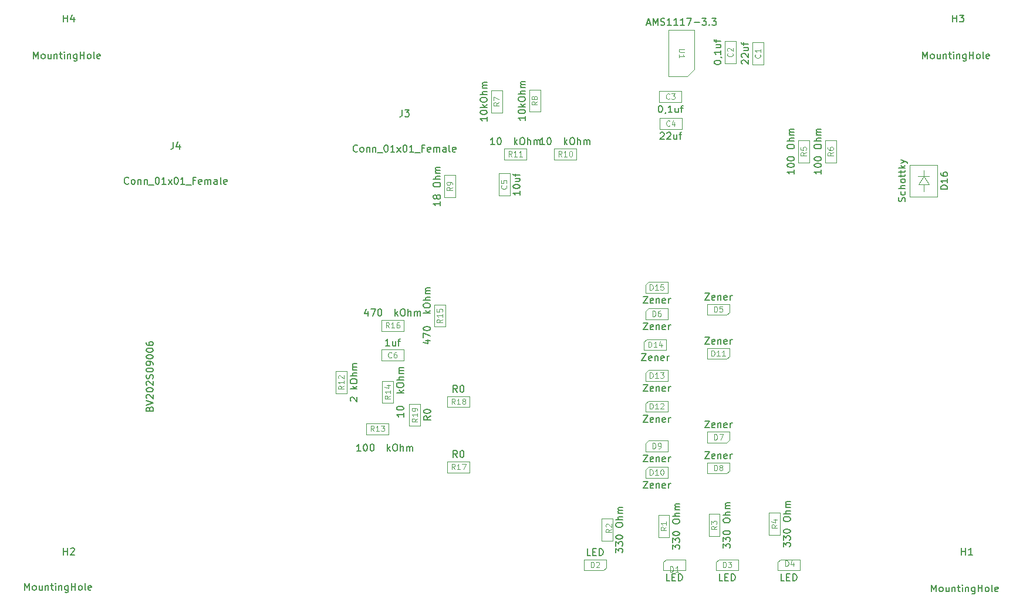
<source format=gbr>
%TF.GenerationSoftware,KiCad,Pcbnew,(6.0.0-rc1-dev-1444-gad0d9f8df)*%
%TF.CreationDate,2019-01-02T13:44:12+02:00*%
%TF.ProjectId,digiTOS-COMOD-SinBoard-routed-2,64696769-544f-4532-9d43-4f4d4f442d53,rev?*%
%TF.SameCoordinates,Original*%
%TF.FileFunction,Other,Fab,Top*%
%FSLAX46Y46*%
G04 Gerber Fmt 4.6, Leading zero omitted, Abs format (unit mm)*
G04 Created by KiCad (PCBNEW (6.0.0-rc1-dev-1444-gad0d9f8df)) date 02/01/2019 13:44:12*
%MOMM*%
%LPD*%
G04 APERTURE LIST*
%ADD10C,0.100000*%
%ADD11C,0.150000*%
%ADD12C,0.120000*%
G04 APERTURE END LIST*
D10*
%TO.C,C1*%
X215100000Y-55500000D02*
X215100000Y-52300000D01*
X216700000Y-55500000D02*
X215100000Y-55500000D01*
X216700000Y-52300000D02*
X216700000Y-55500000D01*
X215100000Y-52300000D02*
X216700000Y-52300000D01*
%TO.C,C2*%
X211127000Y-52117100D02*
X212727000Y-52117100D01*
X212727000Y-52117100D02*
X212727000Y-55317100D01*
X212727000Y-55317100D02*
X211127000Y-55317100D01*
X211127000Y-55317100D02*
X211127000Y-52117100D01*
%TO.C,C3*%
X201677000Y-60917100D02*
X201677000Y-59317100D01*
X201677000Y-59317100D02*
X204877000Y-59317100D01*
X204877000Y-59317100D02*
X204877000Y-60917100D01*
X204877000Y-60917100D02*
X201677000Y-60917100D01*
%TO.C,C4*%
X204900000Y-64800000D02*
X201700000Y-64800000D01*
X204900000Y-63200000D02*
X204900000Y-64800000D01*
X201700000Y-63200000D02*
X204900000Y-63200000D01*
X201700000Y-64800000D02*
X201700000Y-63200000D01*
%TO.C,D1*%
X205435000Y-128435000D02*
X205435000Y-126835000D01*
X202235000Y-128435000D02*
X205435000Y-128435000D01*
X202235000Y-127235000D02*
X202235000Y-128435000D01*
X202635000Y-126835000D02*
X202235000Y-127235000D01*
X205435000Y-126835000D02*
X202635000Y-126835000D01*
%TO.C,D2*%
X190805000Y-128435000D02*
X193605000Y-128435000D01*
X193605000Y-128435000D02*
X194005000Y-128035000D01*
X194005000Y-128035000D02*
X194005000Y-126835000D01*
X194005000Y-126835000D02*
X190805000Y-126835000D01*
X190805000Y-126835000D02*
X190805000Y-128435000D01*
%TO.C,D3*%
X213055000Y-128435000D02*
X213055000Y-126835000D01*
X209855000Y-128435000D02*
X213055000Y-128435000D01*
X209855000Y-127235000D02*
X209855000Y-128435000D01*
X210255000Y-126835000D02*
X209855000Y-127235000D01*
X213055000Y-126835000D02*
X210255000Y-126835000D01*
%TO.C,D4*%
X221945000Y-126835000D02*
X219145000Y-126835000D01*
X219145000Y-126835000D02*
X218745000Y-127235000D01*
X218745000Y-127235000D02*
X218745000Y-128435000D01*
X218745000Y-128435000D02*
X221945000Y-128435000D01*
X221945000Y-128435000D02*
X221945000Y-126835000D01*
%TO.C,R1*%
X203120000Y-120435000D02*
X203120000Y-123635000D01*
X201520000Y-120435000D02*
X203120000Y-120435000D01*
X201520000Y-123635000D02*
X201520000Y-120435000D01*
X203120000Y-123635000D02*
X201520000Y-123635000D01*
%TO.C,R2*%
X194910000Y-124135000D02*
X193310000Y-124135000D01*
X193310000Y-124135000D02*
X193310000Y-120935000D01*
X193310000Y-120935000D02*
X194910000Y-120935000D01*
X194910000Y-120935000D02*
X194910000Y-124135000D01*
%TO.C,R3*%
X210400000Y-120300000D02*
X210400000Y-123500000D01*
X208800000Y-120300000D02*
X210400000Y-120300000D01*
X208800000Y-123500000D02*
X208800000Y-120300000D01*
X210400000Y-123500000D02*
X208800000Y-123500000D01*
%TO.C,R4*%
X219100000Y-123300000D02*
X217500000Y-123300000D01*
X217500000Y-123300000D02*
X217500000Y-120100000D01*
X217500000Y-120100000D02*
X219100000Y-120100000D01*
X219100000Y-120100000D02*
X219100000Y-123300000D01*
%TO.C,U1*%
X206719000Y-56216500D02*
X205719000Y-57216500D01*
X206719000Y-56216500D02*
X206719000Y-50516500D01*
X205719000Y-57216500D02*
X203019000Y-57216500D01*
X206719000Y-50516500D02*
X203019000Y-50516500D01*
X203019000Y-57216500D02*
X203019000Y-50516500D01*
%TO.C,D5*%
X208585000Y-91605000D02*
X211385000Y-91605000D01*
X211385000Y-91605000D02*
X211785000Y-91205000D01*
X211785000Y-91205000D02*
X211785000Y-90005000D01*
X211785000Y-90005000D02*
X208585000Y-90005000D01*
X208585000Y-90005000D02*
X208585000Y-91605000D01*
%TO.C,D6*%
X202895000Y-92240000D02*
X202895000Y-90640000D01*
X199695000Y-92240000D02*
X202895000Y-92240000D01*
X199695000Y-91040000D02*
X199695000Y-92240000D01*
X200095000Y-90640000D02*
X199695000Y-91040000D01*
X202895000Y-90640000D02*
X200095000Y-90640000D01*
%TO.C,R5*%
X221693000Y-69596700D02*
X221693000Y-66396700D01*
X223293000Y-69596700D02*
X221693000Y-69596700D01*
X223293000Y-66396700D02*
X223293000Y-69596700D01*
X221693000Y-66396700D02*
X223293000Y-66396700D01*
%TO.C,R6*%
X225593000Y-66396700D02*
X227193000Y-66396700D01*
X227193000Y-66396700D02*
X227193000Y-69596700D01*
X227193000Y-69596700D02*
X225593000Y-69596700D01*
X225593000Y-69596700D02*
X225593000Y-66396700D01*
%TO.C,D7*%
X208585000Y-110020000D02*
X211385000Y-110020000D01*
X211385000Y-110020000D02*
X211785000Y-109620000D01*
X211785000Y-109620000D02*
X211785000Y-108420000D01*
X211785000Y-108420000D02*
X208585000Y-108420000D01*
X208585000Y-108420000D02*
X208585000Y-110020000D01*
%TO.C,D8*%
X208585000Y-112865000D02*
X208585000Y-114465000D01*
X211785000Y-112865000D02*
X208585000Y-112865000D01*
X211785000Y-114065000D02*
X211785000Y-112865000D01*
X211385000Y-114465000D02*
X211785000Y-114065000D01*
X208585000Y-114465000D02*
X211385000Y-114465000D01*
%TO.C,D9*%
X202895000Y-109690000D02*
X200095000Y-109690000D01*
X200095000Y-109690000D02*
X199695000Y-110090000D01*
X199695000Y-110090000D02*
X199695000Y-111290000D01*
X199695000Y-111290000D02*
X202895000Y-111290000D01*
X202895000Y-111290000D02*
X202895000Y-109690000D01*
%TO.C,D10*%
X202895000Y-115100000D02*
X202895000Y-113500000D01*
X199695000Y-115100000D02*
X202895000Y-115100000D01*
X199695000Y-113900000D02*
X199695000Y-115100000D01*
X200095000Y-113500000D02*
X199695000Y-113900000D01*
X202895000Y-113500000D02*
X200095000Y-113500000D01*
%TO.C,D11*%
X208585000Y-97955000D02*
X211385000Y-97955000D01*
X211385000Y-97955000D02*
X211785000Y-97555000D01*
X211785000Y-97555000D02*
X211785000Y-96355000D01*
X211785000Y-96355000D02*
X208585000Y-96355000D01*
X208585000Y-96355000D02*
X208585000Y-97955000D01*
%TO.C,D12*%
X202895000Y-105575000D02*
X202895000Y-103975000D01*
X199695000Y-105575000D02*
X202895000Y-105575000D01*
X199695000Y-104375000D02*
X199695000Y-105575000D01*
X200095000Y-103975000D02*
X199695000Y-104375000D01*
X202895000Y-103975000D02*
X200095000Y-103975000D01*
%TO.C,D13*%
X202895000Y-99530000D02*
X200095000Y-99530000D01*
X200095000Y-99530000D02*
X199695000Y-99930000D01*
X199695000Y-99930000D02*
X199695000Y-101130000D01*
X199695000Y-101130000D02*
X202895000Y-101130000D01*
X202895000Y-101130000D02*
X202895000Y-99530000D01*
%TO.C,D14*%
X202678000Y-95085000D02*
X199878000Y-95085000D01*
X199878000Y-95085000D02*
X199478000Y-95485000D01*
X199478000Y-95485000D02*
X199478000Y-96685000D01*
X199478000Y-96685000D02*
X202678000Y-96685000D01*
X202678000Y-96685000D02*
X202678000Y-95085000D01*
%TO.C,D15*%
X202895000Y-88430000D02*
X202895000Y-86830000D01*
X199695000Y-88430000D02*
X202895000Y-88430000D01*
X199695000Y-87230000D02*
X199695000Y-88430000D01*
X200095000Y-86830000D02*
X199695000Y-87230000D01*
X202895000Y-86830000D02*
X200095000Y-86830000D01*
%TO.C,R7*%
X177400000Y-62400000D02*
X177400000Y-59200000D01*
X179000000Y-62400000D02*
X177400000Y-62400000D01*
X179000000Y-59200000D02*
X179000000Y-62400000D01*
X177400000Y-59200000D02*
X179000000Y-59200000D01*
%TO.C,R8*%
X182900000Y-59100000D02*
X184500000Y-59100000D01*
X184500000Y-59100000D02*
X184500000Y-62300000D01*
X184500000Y-62300000D02*
X182900000Y-62300000D01*
X182900000Y-62300000D02*
X182900000Y-59100000D01*
%TO.C,C5*%
X180100000Y-74400000D02*
X178500000Y-74400000D01*
X178500000Y-74400000D02*
X178500000Y-71200000D01*
X178500000Y-71200000D02*
X180100000Y-71200000D01*
X180100000Y-71200000D02*
X180100000Y-74400000D01*
%TO.C,R9*%
X170650000Y-71425000D02*
X172250000Y-71425000D01*
X172250000Y-71425000D02*
X172250000Y-74625000D01*
X172250000Y-74625000D02*
X170650000Y-74625000D01*
X170650000Y-74625000D02*
X170650000Y-71425000D01*
%TO.C,R10*%
X189700000Y-67600000D02*
X189700000Y-69200000D01*
X189700000Y-69200000D02*
X186500000Y-69200000D01*
X186500000Y-69200000D02*
X186500000Y-67600000D01*
X186500000Y-67600000D02*
X189700000Y-67600000D01*
%TO.C,R11*%
X179300000Y-67600000D02*
X182500000Y-67600000D01*
X179300000Y-69200000D02*
X179300000Y-67600000D01*
X182500000Y-69200000D02*
X179300000Y-69200000D01*
X182500000Y-67600000D02*
X182500000Y-69200000D01*
%TO.C,C6*%
X164788000Y-96600000D02*
X164788000Y-98200000D01*
X164788000Y-98200000D02*
X161588000Y-98200000D01*
X161588000Y-98200000D02*
X161588000Y-96600000D01*
X161588000Y-96600000D02*
X164788000Y-96600000D01*
%TO.C,R12*%
X156600000Y-102900000D02*
X155000000Y-102900000D01*
X155000000Y-102900000D02*
X155000000Y-99700000D01*
X155000000Y-99700000D02*
X156600000Y-99700000D01*
X156600000Y-99700000D02*
X156600000Y-102900000D01*
%TO.C,R13*%
X162612000Y-108800000D02*
X159412000Y-108800000D01*
X162612000Y-107200000D02*
X162612000Y-108800000D01*
X159412000Y-107200000D02*
X162612000Y-107200000D01*
X159412000Y-108800000D02*
X159412000Y-107200000D01*
%TO.C,R14*%
X163300000Y-104300000D02*
X161700000Y-104300000D01*
X161700000Y-104300000D02*
X161700000Y-101100000D01*
X161700000Y-101100000D02*
X163300000Y-101100000D01*
X163300000Y-101100000D02*
X163300000Y-104300000D01*
%TO.C,R15*%
X169200000Y-90100000D02*
X170800000Y-90100000D01*
X170800000Y-90100000D02*
X170800000Y-93300000D01*
X170800000Y-93300000D02*
X169200000Y-93300000D01*
X169200000Y-93300000D02*
X169200000Y-90100000D01*
%TO.C,R16*%
X161600000Y-92300000D02*
X164800000Y-92300000D01*
X161600000Y-93900000D02*
X161600000Y-92300000D01*
X164800000Y-93900000D02*
X161600000Y-93900000D01*
X164800000Y-92300000D02*
X164800000Y-93900000D01*
%TO.C,D16*%
X237800000Y-74550000D02*
X237800000Y-69950000D01*
X237800000Y-69950000D02*
X241800000Y-69950000D01*
X241800000Y-74550000D02*
X237800000Y-74550000D01*
X241800000Y-74550000D02*
X241800000Y-69950000D01*
X239798980Y-71600560D02*
X239798980Y-70698860D01*
X239798980Y-72751180D02*
X239798980Y-73749400D01*
X240599080Y-71600560D02*
X238998880Y-71600560D01*
X239049680Y-72751180D02*
X240599080Y-72751180D01*
X239798980Y-71600560D02*
X239049680Y-72751180D01*
X239798980Y-71600560D02*
X240599080Y-72751180D01*
%TO.C,R17*%
X174300000Y-112700000D02*
X174300000Y-114300000D01*
X174300000Y-114300000D02*
X171100000Y-114300000D01*
X171100000Y-114300000D02*
X171100000Y-112700000D01*
X171100000Y-112700000D02*
X174300000Y-112700000D01*
%TO.C,R18*%
X171100000Y-103300000D02*
X174300000Y-103300000D01*
X171100000Y-104900000D02*
X171100000Y-103300000D01*
X174300000Y-104900000D02*
X171100000Y-104900000D01*
X174300000Y-103300000D02*
X174300000Y-104900000D01*
%TO.C,R19*%
X167200000Y-107600000D02*
X165600000Y-107600000D01*
X165600000Y-107600000D02*
X165600000Y-104400000D01*
X165600000Y-104400000D02*
X167200000Y-104400000D01*
X167200000Y-104400000D02*
X167200000Y-107600000D01*
%TD*%
%TO.C,H1*%
D11*
X240959285Y-131482380D02*
X240959285Y-130482380D01*
X241292619Y-131196666D01*
X241625952Y-130482380D01*
X241625952Y-131482380D01*
X242245000Y-131482380D02*
X242149761Y-131434761D01*
X242102142Y-131387142D01*
X242054523Y-131291904D01*
X242054523Y-131006190D01*
X242102142Y-130910952D01*
X242149761Y-130863333D01*
X242245000Y-130815714D01*
X242387857Y-130815714D01*
X242483095Y-130863333D01*
X242530714Y-130910952D01*
X242578333Y-131006190D01*
X242578333Y-131291904D01*
X242530714Y-131387142D01*
X242483095Y-131434761D01*
X242387857Y-131482380D01*
X242245000Y-131482380D01*
X243435476Y-130815714D02*
X243435476Y-131482380D01*
X243006904Y-130815714D02*
X243006904Y-131339523D01*
X243054523Y-131434761D01*
X243149761Y-131482380D01*
X243292619Y-131482380D01*
X243387857Y-131434761D01*
X243435476Y-131387142D01*
X243911666Y-130815714D02*
X243911666Y-131482380D01*
X243911666Y-130910952D02*
X243959285Y-130863333D01*
X244054523Y-130815714D01*
X244197380Y-130815714D01*
X244292619Y-130863333D01*
X244340238Y-130958571D01*
X244340238Y-131482380D01*
X244673571Y-130815714D02*
X245054523Y-130815714D01*
X244816428Y-130482380D02*
X244816428Y-131339523D01*
X244864047Y-131434761D01*
X244959285Y-131482380D01*
X245054523Y-131482380D01*
X245387857Y-131482380D02*
X245387857Y-130815714D01*
X245387857Y-130482380D02*
X245340238Y-130530000D01*
X245387857Y-130577619D01*
X245435476Y-130530000D01*
X245387857Y-130482380D01*
X245387857Y-130577619D01*
X245864047Y-130815714D02*
X245864047Y-131482380D01*
X245864047Y-130910952D02*
X245911666Y-130863333D01*
X246006904Y-130815714D01*
X246149761Y-130815714D01*
X246245000Y-130863333D01*
X246292619Y-130958571D01*
X246292619Y-131482380D01*
X247197380Y-130815714D02*
X247197380Y-131625238D01*
X247149761Y-131720476D01*
X247102142Y-131768095D01*
X247006904Y-131815714D01*
X246864047Y-131815714D01*
X246768809Y-131768095D01*
X247197380Y-131434761D02*
X247102142Y-131482380D01*
X246911666Y-131482380D01*
X246816428Y-131434761D01*
X246768809Y-131387142D01*
X246721190Y-131291904D01*
X246721190Y-131006190D01*
X246768809Y-130910952D01*
X246816428Y-130863333D01*
X246911666Y-130815714D01*
X247102142Y-130815714D01*
X247197380Y-130863333D01*
X247673571Y-131482380D02*
X247673571Y-130482380D01*
X247673571Y-130958571D02*
X248245000Y-130958571D01*
X248245000Y-131482380D02*
X248245000Y-130482380D01*
X248864047Y-131482380D02*
X248768809Y-131434761D01*
X248721190Y-131387142D01*
X248673571Y-131291904D01*
X248673571Y-131006190D01*
X248721190Y-130910952D01*
X248768809Y-130863333D01*
X248864047Y-130815714D01*
X249006904Y-130815714D01*
X249102142Y-130863333D01*
X249149761Y-130910952D01*
X249197380Y-131006190D01*
X249197380Y-131291904D01*
X249149761Y-131387142D01*
X249102142Y-131434761D01*
X249006904Y-131482380D01*
X248864047Y-131482380D01*
X249768809Y-131482380D02*
X249673571Y-131434761D01*
X249625952Y-131339523D01*
X249625952Y-130482380D01*
X250530714Y-131434761D02*
X250435476Y-131482380D01*
X250245000Y-131482380D01*
X250149761Y-131434761D01*
X250102142Y-131339523D01*
X250102142Y-130958571D01*
X250149761Y-130863333D01*
X250245000Y-130815714D01*
X250435476Y-130815714D01*
X250530714Y-130863333D01*
X250578333Y-130958571D01*
X250578333Y-131053809D01*
X250102142Y-131149047D01*
X245283095Y-126182380D02*
X245283095Y-125182380D01*
X245283095Y-125658571D02*
X245854523Y-125658571D01*
X245854523Y-126182380D02*
X245854523Y-125182380D01*
X246854523Y-126182380D02*
X246283095Y-126182380D01*
X246568809Y-126182380D02*
X246568809Y-125182380D01*
X246473571Y-125325238D01*
X246378333Y-125420476D01*
X246283095Y-125468095D01*
%TO.C,H2*%
X110149285Y-131262380D02*
X110149285Y-130262380D01*
X110482619Y-130976666D01*
X110815952Y-130262380D01*
X110815952Y-131262380D01*
X111435000Y-131262380D02*
X111339761Y-131214761D01*
X111292142Y-131167142D01*
X111244523Y-131071904D01*
X111244523Y-130786190D01*
X111292142Y-130690952D01*
X111339761Y-130643333D01*
X111435000Y-130595714D01*
X111577857Y-130595714D01*
X111673095Y-130643333D01*
X111720714Y-130690952D01*
X111768333Y-130786190D01*
X111768333Y-131071904D01*
X111720714Y-131167142D01*
X111673095Y-131214761D01*
X111577857Y-131262380D01*
X111435000Y-131262380D01*
X112625476Y-130595714D02*
X112625476Y-131262380D01*
X112196904Y-130595714D02*
X112196904Y-131119523D01*
X112244523Y-131214761D01*
X112339761Y-131262380D01*
X112482619Y-131262380D01*
X112577857Y-131214761D01*
X112625476Y-131167142D01*
X113101666Y-130595714D02*
X113101666Y-131262380D01*
X113101666Y-130690952D02*
X113149285Y-130643333D01*
X113244523Y-130595714D01*
X113387380Y-130595714D01*
X113482619Y-130643333D01*
X113530238Y-130738571D01*
X113530238Y-131262380D01*
X113863571Y-130595714D02*
X114244523Y-130595714D01*
X114006428Y-130262380D02*
X114006428Y-131119523D01*
X114054047Y-131214761D01*
X114149285Y-131262380D01*
X114244523Y-131262380D01*
X114577857Y-131262380D02*
X114577857Y-130595714D01*
X114577857Y-130262380D02*
X114530238Y-130310000D01*
X114577857Y-130357619D01*
X114625476Y-130310000D01*
X114577857Y-130262380D01*
X114577857Y-130357619D01*
X115054047Y-130595714D02*
X115054047Y-131262380D01*
X115054047Y-130690952D02*
X115101666Y-130643333D01*
X115196904Y-130595714D01*
X115339761Y-130595714D01*
X115435000Y-130643333D01*
X115482619Y-130738571D01*
X115482619Y-131262380D01*
X116387380Y-130595714D02*
X116387380Y-131405238D01*
X116339761Y-131500476D01*
X116292142Y-131548095D01*
X116196904Y-131595714D01*
X116054047Y-131595714D01*
X115958809Y-131548095D01*
X116387380Y-131214761D02*
X116292142Y-131262380D01*
X116101666Y-131262380D01*
X116006428Y-131214761D01*
X115958809Y-131167142D01*
X115911190Y-131071904D01*
X115911190Y-130786190D01*
X115958809Y-130690952D01*
X116006428Y-130643333D01*
X116101666Y-130595714D01*
X116292142Y-130595714D01*
X116387380Y-130643333D01*
X116863571Y-131262380D02*
X116863571Y-130262380D01*
X116863571Y-130738571D02*
X117435000Y-130738571D01*
X117435000Y-131262380D02*
X117435000Y-130262380D01*
X118054047Y-131262380D02*
X117958809Y-131214761D01*
X117911190Y-131167142D01*
X117863571Y-131071904D01*
X117863571Y-130786190D01*
X117911190Y-130690952D01*
X117958809Y-130643333D01*
X118054047Y-130595714D01*
X118196904Y-130595714D01*
X118292142Y-130643333D01*
X118339761Y-130690952D01*
X118387380Y-130786190D01*
X118387380Y-131071904D01*
X118339761Y-131167142D01*
X118292142Y-131214761D01*
X118196904Y-131262380D01*
X118054047Y-131262380D01*
X118958809Y-131262380D02*
X118863571Y-131214761D01*
X118815952Y-131119523D01*
X118815952Y-130262380D01*
X119720714Y-131214761D02*
X119625476Y-131262380D01*
X119435000Y-131262380D01*
X119339761Y-131214761D01*
X119292142Y-131119523D01*
X119292142Y-130738571D01*
X119339761Y-130643333D01*
X119435000Y-130595714D01*
X119625476Y-130595714D01*
X119720714Y-130643333D01*
X119768333Y-130738571D01*
X119768333Y-130833809D01*
X119292142Y-130929047D01*
X115743095Y-126182380D02*
X115743095Y-125182380D01*
X115743095Y-125658571D02*
X116314523Y-125658571D01*
X116314523Y-126182380D02*
X116314523Y-125182380D01*
X116743095Y-125277619D02*
X116790714Y-125230000D01*
X116885952Y-125182380D01*
X117124047Y-125182380D01*
X117219285Y-125230000D01*
X117266904Y-125277619D01*
X117314523Y-125372857D01*
X117314523Y-125468095D01*
X117266904Y-125610952D01*
X116695476Y-126182380D01*
X117314523Y-126182380D01*
%TO.C,H3*%
X239689285Y-54647380D02*
X239689285Y-53647380D01*
X240022619Y-54361666D01*
X240355952Y-53647380D01*
X240355952Y-54647380D01*
X240975000Y-54647380D02*
X240879761Y-54599761D01*
X240832142Y-54552142D01*
X240784523Y-54456904D01*
X240784523Y-54171190D01*
X240832142Y-54075952D01*
X240879761Y-54028333D01*
X240975000Y-53980714D01*
X241117857Y-53980714D01*
X241213095Y-54028333D01*
X241260714Y-54075952D01*
X241308333Y-54171190D01*
X241308333Y-54456904D01*
X241260714Y-54552142D01*
X241213095Y-54599761D01*
X241117857Y-54647380D01*
X240975000Y-54647380D01*
X242165476Y-53980714D02*
X242165476Y-54647380D01*
X241736904Y-53980714D02*
X241736904Y-54504523D01*
X241784523Y-54599761D01*
X241879761Y-54647380D01*
X242022619Y-54647380D01*
X242117857Y-54599761D01*
X242165476Y-54552142D01*
X242641666Y-53980714D02*
X242641666Y-54647380D01*
X242641666Y-54075952D02*
X242689285Y-54028333D01*
X242784523Y-53980714D01*
X242927380Y-53980714D01*
X243022619Y-54028333D01*
X243070238Y-54123571D01*
X243070238Y-54647380D01*
X243403571Y-53980714D02*
X243784523Y-53980714D01*
X243546428Y-53647380D02*
X243546428Y-54504523D01*
X243594047Y-54599761D01*
X243689285Y-54647380D01*
X243784523Y-54647380D01*
X244117857Y-54647380D02*
X244117857Y-53980714D01*
X244117857Y-53647380D02*
X244070238Y-53695000D01*
X244117857Y-53742619D01*
X244165476Y-53695000D01*
X244117857Y-53647380D01*
X244117857Y-53742619D01*
X244594047Y-53980714D02*
X244594047Y-54647380D01*
X244594047Y-54075952D02*
X244641666Y-54028333D01*
X244736904Y-53980714D01*
X244879761Y-53980714D01*
X244975000Y-54028333D01*
X245022619Y-54123571D01*
X245022619Y-54647380D01*
X245927380Y-53980714D02*
X245927380Y-54790238D01*
X245879761Y-54885476D01*
X245832142Y-54933095D01*
X245736904Y-54980714D01*
X245594047Y-54980714D01*
X245498809Y-54933095D01*
X245927380Y-54599761D02*
X245832142Y-54647380D01*
X245641666Y-54647380D01*
X245546428Y-54599761D01*
X245498809Y-54552142D01*
X245451190Y-54456904D01*
X245451190Y-54171190D01*
X245498809Y-54075952D01*
X245546428Y-54028333D01*
X245641666Y-53980714D01*
X245832142Y-53980714D01*
X245927380Y-54028333D01*
X246403571Y-54647380D02*
X246403571Y-53647380D01*
X246403571Y-54123571D02*
X246975000Y-54123571D01*
X246975000Y-54647380D02*
X246975000Y-53647380D01*
X247594047Y-54647380D02*
X247498809Y-54599761D01*
X247451190Y-54552142D01*
X247403571Y-54456904D01*
X247403571Y-54171190D01*
X247451190Y-54075952D01*
X247498809Y-54028333D01*
X247594047Y-53980714D01*
X247736904Y-53980714D01*
X247832142Y-54028333D01*
X247879761Y-54075952D01*
X247927380Y-54171190D01*
X247927380Y-54456904D01*
X247879761Y-54552142D01*
X247832142Y-54599761D01*
X247736904Y-54647380D01*
X247594047Y-54647380D01*
X248498809Y-54647380D02*
X248403571Y-54599761D01*
X248355952Y-54504523D01*
X248355952Y-53647380D01*
X249260714Y-54599761D02*
X249165476Y-54647380D01*
X248975000Y-54647380D01*
X248879761Y-54599761D01*
X248832142Y-54504523D01*
X248832142Y-54123571D01*
X248879761Y-54028333D01*
X248975000Y-53980714D01*
X249165476Y-53980714D01*
X249260714Y-54028333D01*
X249308333Y-54123571D01*
X249308333Y-54218809D01*
X248832142Y-54314047D01*
X244013095Y-49347380D02*
X244013095Y-48347380D01*
X244013095Y-48823571D02*
X244584523Y-48823571D01*
X244584523Y-49347380D02*
X244584523Y-48347380D01*
X244965476Y-48347380D02*
X245584523Y-48347380D01*
X245251190Y-48728333D01*
X245394047Y-48728333D01*
X245489285Y-48775952D01*
X245536904Y-48823571D01*
X245584523Y-48918809D01*
X245584523Y-49156904D01*
X245536904Y-49252142D01*
X245489285Y-49299761D01*
X245394047Y-49347380D01*
X245108333Y-49347380D01*
X245013095Y-49299761D01*
X244965476Y-49252142D01*
%TO.C,H4*%
X111419285Y-54647380D02*
X111419285Y-53647380D01*
X111752619Y-54361666D01*
X112085952Y-53647380D01*
X112085952Y-54647380D01*
X112705000Y-54647380D02*
X112609761Y-54599761D01*
X112562142Y-54552142D01*
X112514523Y-54456904D01*
X112514523Y-54171190D01*
X112562142Y-54075952D01*
X112609761Y-54028333D01*
X112705000Y-53980714D01*
X112847857Y-53980714D01*
X112943095Y-54028333D01*
X112990714Y-54075952D01*
X113038333Y-54171190D01*
X113038333Y-54456904D01*
X112990714Y-54552142D01*
X112943095Y-54599761D01*
X112847857Y-54647380D01*
X112705000Y-54647380D01*
X113895476Y-53980714D02*
X113895476Y-54647380D01*
X113466904Y-53980714D02*
X113466904Y-54504523D01*
X113514523Y-54599761D01*
X113609761Y-54647380D01*
X113752619Y-54647380D01*
X113847857Y-54599761D01*
X113895476Y-54552142D01*
X114371666Y-53980714D02*
X114371666Y-54647380D01*
X114371666Y-54075952D02*
X114419285Y-54028333D01*
X114514523Y-53980714D01*
X114657380Y-53980714D01*
X114752619Y-54028333D01*
X114800238Y-54123571D01*
X114800238Y-54647380D01*
X115133571Y-53980714D02*
X115514523Y-53980714D01*
X115276428Y-53647380D02*
X115276428Y-54504523D01*
X115324047Y-54599761D01*
X115419285Y-54647380D01*
X115514523Y-54647380D01*
X115847857Y-54647380D02*
X115847857Y-53980714D01*
X115847857Y-53647380D02*
X115800238Y-53695000D01*
X115847857Y-53742619D01*
X115895476Y-53695000D01*
X115847857Y-53647380D01*
X115847857Y-53742619D01*
X116324047Y-53980714D02*
X116324047Y-54647380D01*
X116324047Y-54075952D02*
X116371666Y-54028333D01*
X116466904Y-53980714D01*
X116609761Y-53980714D01*
X116705000Y-54028333D01*
X116752619Y-54123571D01*
X116752619Y-54647380D01*
X117657380Y-53980714D02*
X117657380Y-54790238D01*
X117609761Y-54885476D01*
X117562142Y-54933095D01*
X117466904Y-54980714D01*
X117324047Y-54980714D01*
X117228809Y-54933095D01*
X117657380Y-54599761D02*
X117562142Y-54647380D01*
X117371666Y-54647380D01*
X117276428Y-54599761D01*
X117228809Y-54552142D01*
X117181190Y-54456904D01*
X117181190Y-54171190D01*
X117228809Y-54075952D01*
X117276428Y-54028333D01*
X117371666Y-53980714D01*
X117562142Y-53980714D01*
X117657380Y-54028333D01*
X118133571Y-54647380D02*
X118133571Y-53647380D01*
X118133571Y-54123571D02*
X118705000Y-54123571D01*
X118705000Y-54647380D02*
X118705000Y-53647380D01*
X119324047Y-54647380D02*
X119228809Y-54599761D01*
X119181190Y-54552142D01*
X119133571Y-54456904D01*
X119133571Y-54171190D01*
X119181190Y-54075952D01*
X119228809Y-54028333D01*
X119324047Y-53980714D01*
X119466904Y-53980714D01*
X119562142Y-54028333D01*
X119609761Y-54075952D01*
X119657380Y-54171190D01*
X119657380Y-54456904D01*
X119609761Y-54552142D01*
X119562142Y-54599761D01*
X119466904Y-54647380D01*
X119324047Y-54647380D01*
X120228809Y-54647380D02*
X120133571Y-54599761D01*
X120085952Y-54504523D01*
X120085952Y-53647380D01*
X120990714Y-54599761D02*
X120895476Y-54647380D01*
X120705000Y-54647380D01*
X120609761Y-54599761D01*
X120562142Y-54504523D01*
X120562142Y-54123571D01*
X120609761Y-54028333D01*
X120705000Y-53980714D01*
X120895476Y-53980714D01*
X120990714Y-54028333D01*
X121038333Y-54123571D01*
X121038333Y-54218809D01*
X120562142Y-54314047D01*
X115743095Y-49347380D02*
X115743095Y-48347380D01*
X115743095Y-48823571D02*
X116314523Y-48823571D01*
X116314523Y-49347380D02*
X116314523Y-48347380D01*
X117219285Y-48680714D02*
X117219285Y-49347380D01*
X116981190Y-48299761D02*
X116743095Y-49014047D01*
X117362142Y-49014047D01*
%TO.C,T1*%
X128128571Y-105092857D02*
X128176190Y-104950000D01*
X128223809Y-104902380D01*
X128319047Y-104854761D01*
X128461904Y-104854761D01*
X128557142Y-104902380D01*
X128604761Y-104950000D01*
X128652380Y-105045238D01*
X128652380Y-105426190D01*
X127652380Y-105426190D01*
X127652380Y-105092857D01*
X127700000Y-104997619D01*
X127747619Y-104950000D01*
X127842857Y-104902380D01*
X127938095Y-104902380D01*
X128033333Y-104950000D01*
X128080952Y-104997619D01*
X128128571Y-105092857D01*
X128128571Y-105426190D01*
X127652380Y-104569047D02*
X128652380Y-104235714D01*
X127652380Y-103902380D01*
X127747619Y-103616666D02*
X127700000Y-103569047D01*
X127652380Y-103473809D01*
X127652380Y-103235714D01*
X127700000Y-103140476D01*
X127747619Y-103092857D01*
X127842857Y-103045238D01*
X127938095Y-103045238D01*
X128080952Y-103092857D01*
X128652380Y-103664285D01*
X128652380Y-103045238D01*
X127652380Y-102426190D02*
X127652380Y-102330952D01*
X127700000Y-102235714D01*
X127747619Y-102188095D01*
X127842857Y-102140476D01*
X128033333Y-102092857D01*
X128271428Y-102092857D01*
X128461904Y-102140476D01*
X128557142Y-102188095D01*
X128604761Y-102235714D01*
X128652380Y-102330952D01*
X128652380Y-102426190D01*
X128604761Y-102521428D01*
X128557142Y-102569047D01*
X128461904Y-102616666D01*
X128271428Y-102664285D01*
X128033333Y-102664285D01*
X127842857Y-102616666D01*
X127747619Y-102569047D01*
X127700000Y-102521428D01*
X127652380Y-102426190D01*
X127747619Y-101711904D02*
X127700000Y-101664285D01*
X127652380Y-101569047D01*
X127652380Y-101330952D01*
X127700000Y-101235714D01*
X127747619Y-101188095D01*
X127842857Y-101140476D01*
X127938095Y-101140476D01*
X128080952Y-101188095D01*
X128652380Y-101759523D01*
X128652380Y-101140476D01*
X128604761Y-100759523D02*
X128652380Y-100616666D01*
X128652380Y-100378571D01*
X128604761Y-100283333D01*
X128557142Y-100235714D01*
X128461904Y-100188095D01*
X128366666Y-100188095D01*
X128271428Y-100235714D01*
X128223809Y-100283333D01*
X128176190Y-100378571D01*
X128128571Y-100569047D01*
X128080952Y-100664285D01*
X128033333Y-100711904D01*
X127938095Y-100759523D01*
X127842857Y-100759523D01*
X127747619Y-100711904D01*
X127700000Y-100664285D01*
X127652380Y-100569047D01*
X127652380Y-100330952D01*
X127700000Y-100188095D01*
X127652380Y-99569047D02*
X127652380Y-99473809D01*
X127700000Y-99378571D01*
X127747619Y-99330952D01*
X127842857Y-99283333D01*
X128033333Y-99235714D01*
X128271428Y-99235714D01*
X128461904Y-99283333D01*
X128557142Y-99330952D01*
X128604761Y-99378571D01*
X128652380Y-99473809D01*
X128652380Y-99569047D01*
X128604761Y-99664285D01*
X128557142Y-99711904D01*
X128461904Y-99759523D01*
X128271428Y-99807142D01*
X128033333Y-99807142D01*
X127842857Y-99759523D01*
X127747619Y-99711904D01*
X127700000Y-99664285D01*
X127652380Y-99569047D01*
X128652380Y-98759523D02*
X128652380Y-98569047D01*
X128604761Y-98473809D01*
X128557142Y-98426190D01*
X128414285Y-98330952D01*
X128223809Y-98283333D01*
X127842857Y-98283333D01*
X127747619Y-98330952D01*
X127700000Y-98378571D01*
X127652380Y-98473809D01*
X127652380Y-98664285D01*
X127700000Y-98759523D01*
X127747619Y-98807142D01*
X127842857Y-98854761D01*
X128080952Y-98854761D01*
X128176190Y-98807142D01*
X128223809Y-98759523D01*
X128271428Y-98664285D01*
X128271428Y-98473809D01*
X128223809Y-98378571D01*
X128176190Y-98330952D01*
X128080952Y-98283333D01*
X127652380Y-97664285D02*
X127652380Y-97569047D01*
X127700000Y-97473809D01*
X127747619Y-97426190D01*
X127842857Y-97378571D01*
X128033333Y-97330952D01*
X128271428Y-97330952D01*
X128461904Y-97378571D01*
X128557142Y-97426190D01*
X128604761Y-97473809D01*
X128652380Y-97569047D01*
X128652380Y-97664285D01*
X128604761Y-97759523D01*
X128557142Y-97807142D01*
X128461904Y-97854761D01*
X128271428Y-97902380D01*
X128033333Y-97902380D01*
X127842857Y-97854761D01*
X127747619Y-97807142D01*
X127700000Y-97759523D01*
X127652380Y-97664285D01*
X127652380Y-96711904D02*
X127652380Y-96616666D01*
X127700000Y-96521428D01*
X127747619Y-96473809D01*
X127842857Y-96426190D01*
X128033333Y-96378571D01*
X128271428Y-96378571D01*
X128461904Y-96426190D01*
X128557142Y-96473809D01*
X128604761Y-96521428D01*
X128652380Y-96616666D01*
X128652380Y-96711904D01*
X128604761Y-96807142D01*
X128557142Y-96854761D01*
X128461904Y-96902380D01*
X128271428Y-96950000D01*
X128033333Y-96950000D01*
X127842857Y-96902380D01*
X127747619Y-96854761D01*
X127700000Y-96807142D01*
X127652380Y-96711904D01*
X127652380Y-95521428D02*
X127652380Y-95711904D01*
X127700000Y-95807142D01*
X127747619Y-95854761D01*
X127890476Y-95950000D01*
X128080952Y-95997619D01*
X128461904Y-95997619D01*
X128557142Y-95950000D01*
X128604761Y-95902380D01*
X128652380Y-95807142D01*
X128652380Y-95616666D01*
X128604761Y-95521428D01*
X128557142Y-95473809D01*
X128461904Y-95426190D01*
X128223809Y-95426190D01*
X128128571Y-95473809D01*
X128080952Y-95521428D01*
X128033333Y-95616666D01*
X128033333Y-95807142D01*
X128080952Y-95902380D01*
X128128571Y-95950000D01*
X128223809Y-95997619D01*
%TO.C,J3*%
X158114285Y-67987142D02*
X158066666Y-68034761D01*
X157923809Y-68082380D01*
X157828571Y-68082380D01*
X157685714Y-68034761D01*
X157590476Y-67939523D01*
X157542857Y-67844285D01*
X157495238Y-67653809D01*
X157495238Y-67510952D01*
X157542857Y-67320476D01*
X157590476Y-67225238D01*
X157685714Y-67130000D01*
X157828571Y-67082380D01*
X157923809Y-67082380D01*
X158066666Y-67130000D01*
X158114285Y-67177619D01*
X158685714Y-68082380D02*
X158590476Y-68034761D01*
X158542857Y-67987142D01*
X158495238Y-67891904D01*
X158495238Y-67606190D01*
X158542857Y-67510952D01*
X158590476Y-67463333D01*
X158685714Y-67415714D01*
X158828571Y-67415714D01*
X158923809Y-67463333D01*
X158971428Y-67510952D01*
X159019047Y-67606190D01*
X159019047Y-67891904D01*
X158971428Y-67987142D01*
X158923809Y-68034761D01*
X158828571Y-68082380D01*
X158685714Y-68082380D01*
X159447619Y-67415714D02*
X159447619Y-68082380D01*
X159447619Y-67510952D02*
X159495238Y-67463333D01*
X159590476Y-67415714D01*
X159733333Y-67415714D01*
X159828571Y-67463333D01*
X159876190Y-67558571D01*
X159876190Y-68082380D01*
X160352380Y-67415714D02*
X160352380Y-68082380D01*
X160352380Y-67510952D02*
X160400000Y-67463333D01*
X160495238Y-67415714D01*
X160638095Y-67415714D01*
X160733333Y-67463333D01*
X160780952Y-67558571D01*
X160780952Y-68082380D01*
X161019047Y-68177619D02*
X161780952Y-68177619D01*
X162209523Y-67082380D02*
X162304761Y-67082380D01*
X162400000Y-67130000D01*
X162447619Y-67177619D01*
X162495238Y-67272857D01*
X162542857Y-67463333D01*
X162542857Y-67701428D01*
X162495238Y-67891904D01*
X162447619Y-67987142D01*
X162400000Y-68034761D01*
X162304761Y-68082380D01*
X162209523Y-68082380D01*
X162114285Y-68034761D01*
X162066666Y-67987142D01*
X162019047Y-67891904D01*
X161971428Y-67701428D01*
X161971428Y-67463333D01*
X162019047Y-67272857D01*
X162066666Y-67177619D01*
X162114285Y-67130000D01*
X162209523Y-67082380D01*
X163495238Y-68082380D02*
X162923809Y-68082380D01*
X163209523Y-68082380D02*
X163209523Y-67082380D01*
X163114285Y-67225238D01*
X163019047Y-67320476D01*
X162923809Y-67368095D01*
X163828571Y-68082380D02*
X164352380Y-67415714D01*
X163828571Y-67415714D02*
X164352380Y-68082380D01*
X164923809Y-67082380D02*
X165019047Y-67082380D01*
X165114285Y-67130000D01*
X165161904Y-67177619D01*
X165209523Y-67272857D01*
X165257142Y-67463333D01*
X165257142Y-67701428D01*
X165209523Y-67891904D01*
X165161904Y-67987142D01*
X165114285Y-68034761D01*
X165019047Y-68082380D01*
X164923809Y-68082380D01*
X164828571Y-68034761D01*
X164780952Y-67987142D01*
X164733333Y-67891904D01*
X164685714Y-67701428D01*
X164685714Y-67463333D01*
X164733333Y-67272857D01*
X164780952Y-67177619D01*
X164828571Y-67130000D01*
X164923809Y-67082380D01*
X166209523Y-68082380D02*
X165638095Y-68082380D01*
X165923809Y-68082380D02*
X165923809Y-67082380D01*
X165828571Y-67225238D01*
X165733333Y-67320476D01*
X165638095Y-67368095D01*
X166400000Y-68177619D02*
X167161904Y-68177619D01*
X167733333Y-67558571D02*
X167400000Y-67558571D01*
X167400000Y-68082380D02*
X167400000Y-67082380D01*
X167876190Y-67082380D01*
X168638095Y-68034761D02*
X168542857Y-68082380D01*
X168352380Y-68082380D01*
X168257142Y-68034761D01*
X168209523Y-67939523D01*
X168209523Y-67558571D01*
X168257142Y-67463333D01*
X168352380Y-67415714D01*
X168542857Y-67415714D01*
X168638095Y-67463333D01*
X168685714Y-67558571D01*
X168685714Y-67653809D01*
X168209523Y-67749047D01*
X169114285Y-68082380D02*
X169114285Y-67415714D01*
X169114285Y-67510952D02*
X169161904Y-67463333D01*
X169257142Y-67415714D01*
X169400000Y-67415714D01*
X169495238Y-67463333D01*
X169542857Y-67558571D01*
X169542857Y-68082380D01*
X169542857Y-67558571D02*
X169590476Y-67463333D01*
X169685714Y-67415714D01*
X169828571Y-67415714D01*
X169923809Y-67463333D01*
X169971428Y-67558571D01*
X169971428Y-68082380D01*
X170876190Y-68082380D02*
X170876190Y-67558571D01*
X170828571Y-67463333D01*
X170733333Y-67415714D01*
X170542857Y-67415714D01*
X170447619Y-67463333D01*
X170876190Y-68034761D02*
X170780952Y-68082380D01*
X170542857Y-68082380D01*
X170447619Y-68034761D01*
X170400000Y-67939523D01*
X170400000Y-67844285D01*
X170447619Y-67749047D01*
X170542857Y-67701428D01*
X170780952Y-67701428D01*
X170876190Y-67653809D01*
X171495238Y-68082380D02*
X171400000Y-68034761D01*
X171352380Y-67939523D01*
X171352380Y-67082380D01*
X172257142Y-68034761D02*
X172161904Y-68082380D01*
X171971428Y-68082380D01*
X171876190Y-68034761D01*
X171828571Y-67939523D01*
X171828571Y-67558571D01*
X171876190Y-67463333D01*
X171971428Y-67415714D01*
X172161904Y-67415714D01*
X172257142Y-67463333D01*
X172304761Y-67558571D01*
X172304761Y-67653809D01*
X171828571Y-67749047D01*
X164566666Y-62002380D02*
X164566666Y-62716666D01*
X164519047Y-62859523D01*
X164423809Y-62954761D01*
X164280952Y-63002380D01*
X164185714Y-63002380D01*
X164947619Y-62002380D02*
X165566666Y-62002380D01*
X165233333Y-62383333D01*
X165376190Y-62383333D01*
X165471428Y-62430952D01*
X165519047Y-62478571D01*
X165566666Y-62573809D01*
X165566666Y-62811904D01*
X165519047Y-62907142D01*
X165471428Y-62954761D01*
X165376190Y-63002380D01*
X165090476Y-63002380D01*
X164995238Y-62954761D01*
X164947619Y-62907142D01*
%TO.C,J4*%
X125114285Y-72637142D02*
X125066666Y-72684761D01*
X124923809Y-72732380D01*
X124828571Y-72732380D01*
X124685714Y-72684761D01*
X124590476Y-72589523D01*
X124542857Y-72494285D01*
X124495238Y-72303809D01*
X124495238Y-72160952D01*
X124542857Y-71970476D01*
X124590476Y-71875238D01*
X124685714Y-71780000D01*
X124828571Y-71732380D01*
X124923809Y-71732380D01*
X125066666Y-71780000D01*
X125114285Y-71827619D01*
X125685714Y-72732380D02*
X125590476Y-72684761D01*
X125542857Y-72637142D01*
X125495238Y-72541904D01*
X125495238Y-72256190D01*
X125542857Y-72160952D01*
X125590476Y-72113333D01*
X125685714Y-72065714D01*
X125828571Y-72065714D01*
X125923809Y-72113333D01*
X125971428Y-72160952D01*
X126019047Y-72256190D01*
X126019047Y-72541904D01*
X125971428Y-72637142D01*
X125923809Y-72684761D01*
X125828571Y-72732380D01*
X125685714Y-72732380D01*
X126447619Y-72065714D02*
X126447619Y-72732380D01*
X126447619Y-72160952D02*
X126495238Y-72113333D01*
X126590476Y-72065714D01*
X126733333Y-72065714D01*
X126828571Y-72113333D01*
X126876190Y-72208571D01*
X126876190Y-72732380D01*
X127352380Y-72065714D02*
X127352380Y-72732380D01*
X127352380Y-72160952D02*
X127400000Y-72113333D01*
X127495238Y-72065714D01*
X127638095Y-72065714D01*
X127733333Y-72113333D01*
X127780952Y-72208571D01*
X127780952Y-72732380D01*
X128019047Y-72827619D02*
X128780952Y-72827619D01*
X129209523Y-71732380D02*
X129304761Y-71732380D01*
X129400000Y-71780000D01*
X129447619Y-71827619D01*
X129495238Y-71922857D01*
X129542857Y-72113333D01*
X129542857Y-72351428D01*
X129495238Y-72541904D01*
X129447619Y-72637142D01*
X129400000Y-72684761D01*
X129304761Y-72732380D01*
X129209523Y-72732380D01*
X129114285Y-72684761D01*
X129066666Y-72637142D01*
X129019047Y-72541904D01*
X128971428Y-72351428D01*
X128971428Y-72113333D01*
X129019047Y-71922857D01*
X129066666Y-71827619D01*
X129114285Y-71780000D01*
X129209523Y-71732380D01*
X130495238Y-72732380D02*
X129923809Y-72732380D01*
X130209523Y-72732380D02*
X130209523Y-71732380D01*
X130114285Y-71875238D01*
X130019047Y-71970476D01*
X129923809Y-72018095D01*
X130828571Y-72732380D02*
X131352380Y-72065714D01*
X130828571Y-72065714D02*
X131352380Y-72732380D01*
X131923809Y-71732380D02*
X132019047Y-71732380D01*
X132114285Y-71780000D01*
X132161904Y-71827619D01*
X132209523Y-71922857D01*
X132257142Y-72113333D01*
X132257142Y-72351428D01*
X132209523Y-72541904D01*
X132161904Y-72637142D01*
X132114285Y-72684761D01*
X132019047Y-72732380D01*
X131923809Y-72732380D01*
X131828571Y-72684761D01*
X131780952Y-72637142D01*
X131733333Y-72541904D01*
X131685714Y-72351428D01*
X131685714Y-72113333D01*
X131733333Y-71922857D01*
X131780952Y-71827619D01*
X131828571Y-71780000D01*
X131923809Y-71732380D01*
X133209523Y-72732380D02*
X132638095Y-72732380D01*
X132923809Y-72732380D02*
X132923809Y-71732380D01*
X132828571Y-71875238D01*
X132733333Y-71970476D01*
X132638095Y-72018095D01*
X133400000Y-72827619D02*
X134161904Y-72827619D01*
X134733333Y-72208571D02*
X134400000Y-72208571D01*
X134400000Y-72732380D02*
X134400000Y-71732380D01*
X134876190Y-71732380D01*
X135638095Y-72684761D02*
X135542857Y-72732380D01*
X135352380Y-72732380D01*
X135257142Y-72684761D01*
X135209523Y-72589523D01*
X135209523Y-72208571D01*
X135257142Y-72113333D01*
X135352380Y-72065714D01*
X135542857Y-72065714D01*
X135638095Y-72113333D01*
X135685714Y-72208571D01*
X135685714Y-72303809D01*
X135209523Y-72399047D01*
X136114285Y-72732380D02*
X136114285Y-72065714D01*
X136114285Y-72160952D02*
X136161904Y-72113333D01*
X136257142Y-72065714D01*
X136400000Y-72065714D01*
X136495238Y-72113333D01*
X136542857Y-72208571D01*
X136542857Y-72732380D01*
X136542857Y-72208571D02*
X136590476Y-72113333D01*
X136685714Y-72065714D01*
X136828571Y-72065714D01*
X136923809Y-72113333D01*
X136971428Y-72208571D01*
X136971428Y-72732380D01*
X137876190Y-72732380D02*
X137876190Y-72208571D01*
X137828571Y-72113333D01*
X137733333Y-72065714D01*
X137542857Y-72065714D01*
X137447619Y-72113333D01*
X137876190Y-72684761D02*
X137780952Y-72732380D01*
X137542857Y-72732380D01*
X137447619Y-72684761D01*
X137400000Y-72589523D01*
X137400000Y-72494285D01*
X137447619Y-72399047D01*
X137542857Y-72351428D01*
X137780952Y-72351428D01*
X137876190Y-72303809D01*
X138495238Y-72732380D02*
X138400000Y-72684761D01*
X138352380Y-72589523D01*
X138352380Y-71732380D01*
X139257142Y-72684761D02*
X139161904Y-72732380D01*
X138971428Y-72732380D01*
X138876190Y-72684761D01*
X138828571Y-72589523D01*
X138828571Y-72208571D01*
X138876190Y-72113333D01*
X138971428Y-72065714D01*
X139161904Y-72065714D01*
X139257142Y-72113333D01*
X139304761Y-72208571D01*
X139304761Y-72303809D01*
X138828571Y-72399047D01*
X131566666Y-66652380D02*
X131566666Y-67366666D01*
X131519047Y-67509523D01*
X131423809Y-67604761D01*
X131280952Y-67652380D01*
X131185714Y-67652380D01*
X132471428Y-66985714D02*
X132471428Y-67652380D01*
X132233333Y-66604761D02*
X131995238Y-67319047D01*
X132614285Y-67319047D01*
%TO.C,C1*%
X213627619Y-55400000D02*
X213580000Y-55352380D01*
X213532380Y-55257142D01*
X213532380Y-55019047D01*
X213580000Y-54923809D01*
X213627619Y-54876190D01*
X213722857Y-54828571D01*
X213818095Y-54828571D01*
X213960952Y-54876190D01*
X214532380Y-55447619D01*
X214532380Y-54828571D01*
X213627619Y-54447619D02*
X213580000Y-54400000D01*
X213532380Y-54304761D01*
X213532380Y-54066666D01*
X213580000Y-53971428D01*
X213627619Y-53923809D01*
X213722857Y-53876190D01*
X213818095Y-53876190D01*
X213960952Y-53923809D01*
X214532380Y-54495238D01*
X214532380Y-53876190D01*
X213865714Y-53019047D02*
X214532380Y-53019047D01*
X213865714Y-53447619D02*
X214389523Y-53447619D01*
X214484761Y-53400000D01*
X214532380Y-53304761D01*
X214532380Y-53161904D01*
X214484761Y-53066666D01*
X214437142Y-53019047D01*
X213865714Y-52685714D02*
X213865714Y-52304761D01*
X214532380Y-52542857D02*
X213675238Y-52542857D01*
X213580000Y-52495238D01*
X213532380Y-52400000D01*
X213532380Y-52304761D01*
D12*
X216185714Y-54033333D02*
X216223809Y-54071428D01*
X216261904Y-54185714D01*
X216261904Y-54261904D01*
X216223809Y-54376190D01*
X216147619Y-54452380D01*
X216071428Y-54490476D01*
X215919047Y-54528571D01*
X215804761Y-54528571D01*
X215652380Y-54490476D01*
X215576190Y-54452380D01*
X215500000Y-54376190D01*
X215461904Y-54261904D01*
X215461904Y-54185714D01*
X215500000Y-54071428D01*
X215538095Y-54033333D01*
X216261904Y-53271428D02*
X216261904Y-53728571D01*
X216261904Y-53500000D02*
X215461904Y-53500000D01*
X215576190Y-53576190D01*
X215652380Y-53652380D01*
X215690476Y-53728571D01*
%TO.C,C2*%
D11*
X209559380Y-55217100D02*
X209559380Y-55121861D01*
X209607000Y-55026623D01*
X209654619Y-54979004D01*
X209749857Y-54931385D01*
X209940333Y-54883766D01*
X210178428Y-54883766D01*
X210368904Y-54931385D01*
X210464142Y-54979004D01*
X210511761Y-55026623D01*
X210559380Y-55121861D01*
X210559380Y-55217100D01*
X210511761Y-55312338D01*
X210464142Y-55359957D01*
X210368904Y-55407576D01*
X210178428Y-55455195D01*
X209940333Y-55455195D01*
X209749857Y-55407576D01*
X209654619Y-55359957D01*
X209607000Y-55312338D01*
X209559380Y-55217100D01*
X210511761Y-54407576D02*
X210559380Y-54407576D01*
X210654619Y-54455195D01*
X210702238Y-54502814D01*
X210559380Y-53455195D02*
X210559380Y-54026623D01*
X210559380Y-53740909D02*
X209559380Y-53740909D01*
X209702238Y-53836147D01*
X209797476Y-53931385D01*
X209845095Y-54026623D01*
X209892714Y-52598052D02*
X210559380Y-52598052D01*
X209892714Y-53026623D02*
X210416523Y-53026623D01*
X210511761Y-52979004D01*
X210559380Y-52883766D01*
X210559380Y-52740909D01*
X210511761Y-52645671D01*
X210464142Y-52598052D01*
X209892714Y-52264719D02*
X209892714Y-51883766D01*
X210559380Y-52121861D02*
X209702238Y-52121861D01*
X209607000Y-52074242D01*
X209559380Y-51979004D01*
X209559380Y-51883766D01*
D12*
X212212714Y-53850433D02*
X212250809Y-53888528D01*
X212288904Y-54002814D01*
X212288904Y-54079004D01*
X212250809Y-54193290D01*
X212174619Y-54269480D01*
X212098428Y-54307576D01*
X211946047Y-54345671D01*
X211831761Y-54345671D01*
X211679380Y-54307576D01*
X211603190Y-54269480D01*
X211527000Y-54193290D01*
X211488904Y-54079004D01*
X211488904Y-54002814D01*
X211527000Y-53888528D01*
X211565095Y-53850433D01*
X211565095Y-53545671D02*
X211527000Y-53507576D01*
X211488904Y-53431385D01*
X211488904Y-53240909D01*
X211527000Y-53164719D01*
X211565095Y-53126623D01*
X211641285Y-53088528D01*
X211717476Y-53088528D01*
X211831761Y-53126623D01*
X212288904Y-53583766D01*
X212288904Y-53088528D01*
%TO.C,C3*%
D11*
X201777000Y-61389480D02*
X201872238Y-61389480D01*
X201967476Y-61437100D01*
X202015095Y-61484719D01*
X202062714Y-61579957D01*
X202110333Y-61770433D01*
X202110333Y-62008528D01*
X202062714Y-62199004D01*
X202015095Y-62294242D01*
X201967476Y-62341861D01*
X201872238Y-62389480D01*
X201777000Y-62389480D01*
X201681761Y-62341861D01*
X201634142Y-62294242D01*
X201586523Y-62199004D01*
X201538904Y-62008528D01*
X201538904Y-61770433D01*
X201586523Y-61579957D01*
X201634142Y-61484719D01*
X201681761Y-61437100D01*
X201777000Y-61389480D01*
X202586523Y-62341861D02*
X202586523Y-62389480D01*
X202538904Y-62484719D01*
X202491285Y-62532338D01*
X203538904Y-62389480D02*
X202967476Y-62389480D01*
X203253190Y-62389480D02*
X203253190Y-61389480D01*
X203157952Y-61532338D01*
X203062714Y-61627576D01*
X202967476Y-61675195D01*
X204396047Y-61722814D02*
X204396047Y-62389480D01*
X203967476Y-61722814D02*
X203967476Y-62246623D01*
X204015095Y-62341861D01*
X204110333Y-62389480D01*
X204253190Y-62389480D01*
X204348428Y-62341861D01*
X204396047Y-62294242D01*
X204729380Y-61722814D02*
X205110333Y-61722814D01*
X204872238Y-62389480D02*
X204872238Y-61532338D01*
X204919857Y-61437100D01*
X205015095Y-61389480D01*
X205110333Y-61389480D01*
D12*
X203143666Y-60402814D02*
X203105571Y-60440909D01*
X202991285Y-60479004D01*
X202915095Y-60479004D01*
X202800809Y-60440909D01*
X202724619Y-60364719D01*
X202686523Y-60288528D01*
X202648428Y-60136147D01*
X202648428Y-60021861D01*
X202686523Y-59869480D01*
X202724619Y-59793290D01*
X202800809Y-59717100D01*
X202915095Y-59679004D01*
X202991285Y-59679004D01*
X203105571Y-59717100D01*
X203143666Y-59755195D01*
X203410333Y-59679004D02*
X203905571Y-59679004D01*
X203638904Y-59983766D01*
X203753190Y-59983766D01*
X203829380Y-60021861D01*
X203867476Y-60059957D01*
X203905571Y-60136147D01*
X203905571Y-60326623D01*
X203867476Y-60402814D01*
X203829380Y-60440909D01*
X203753190Y-60479004D01*
X203524619Y-60479004D01*
X203448428Y-60440909D01*
X203410333Y-60402814D01*
%TO.C,C4*%
D11*
X201800000Y-65367619D02*
X201847619Y-65320000D01*
X201942857Y-65272380D01*
X202180952Y-65272380D01*
X202276190Y-65320000D01*
X202323809Y-65367619D01*
X202371428Y-65462857D01*
X202371428Y-65558095D01*
X202323809Y-65700952D01*
X201752380Y-66272380D01*
X202371428Y-66272380D01*
X202752380Y-65367619D02*
X202800000Y-65320000D01*
X202895238Y-65272380D01*
X203133333Y-65272380D01*
X203228571Y-65320000D01*
X203276190Y-65367619D01*
X203323809Y-65462857D01*
X203323809Y-65558095D01*
X203276190Y-65700952D01*
X202704761Y-66272380D01*
X203323809Y-66272380D01*
X204180952Y-65605714D02*
X204180952Y-66272380D01*
X203752380Y-65605714D02*
X203752380Y-66129523D01*
X203800000Y-66224761D01*
X203895238Y-66272380D01*
X204038095Y-66272380D01*
X204133333Y-66224761D01*
X204180952Y-66177142D01*
X204514285Y-65605714D02*
X204895238Y-65605714D01*
X204657142Y-66272380D02*
X204657142Y-65415238D01*
X204704761Y-65320000D01*
X204800000Y-65272380D01*
X204895238Y-65272380D01*
D12*
X203166666Y-64285714D02*
X203128571Y-64323809D01*
X203014285Y-64361904D01*
X202938095Y-64361904D01*
X202823809Y-64323809D01*
X202747619Y-64247619D01*
X202709523Y-64171428D01*
X202671428Y-64019047D01*
X202671428Y-63904761D01*
X202709523Y-63752380D01*
X202747619Y-63676190D01*
X202823809Y-63600000D01*
X202938095Y-63561904D01*
X203014285Y-63561904D01*
X203128571Y-63600000D01*
X203166666Y-63638095D01*
X203852380Y-63828571D02*
X203852380Y-64361904D01*
X203661904Y-63523809D02*
X203471428Y-64095238D01*
X203966666Y-64095238D01*
%TO.C,D1*%
D11*
X203192142Y-129907380D02*
X202715952Y-129907380D01*
X202715952Y-128907380D01*
X203525476Y-129383571D02*
X203858809Y-129383571D01*
X204001666Y-129907380D02*
X203525476Y-129907380D01*
X203525476Y-128907380D01*
X204001666Y-128907380D01*
X204430238Y-129907380D02*
X204430238Y-128907380D01*
X204668333Y-128907380D01*
X204811190Y-128955000D01*
X204906428Y-129050238D01*
X204954047Y-129145476D01*
X205001666Y-129335952D01*
X205001666Y-129478809D01*
X204954047Y-129669285D01*
X204906428Y-129764523D01*
X204811190Y-129859761D01*
X204668333Y-129907380D01*
X204430238Y-129907380D01*
D12*
X203244523Y-128631904D02*
X203244523Y-127831904D01*
X203435000Y-127831904D01*
X203549285Y-127870000D01*
X203625476Y-127946190D01*
X203663571Y-128022380D01*
X203701666Y-128174761D01*
X203701666Y-128289047D01*
X203663571Y-128441428D01*
X203625476Y-128517619D01*
X203549285Y-128593809D01*
X203435000Y-128631904D01*
X203244523Y-128631904D01*
X204463571Y-128631904D02*
X204006428Y-128631904D01*
X204235000Y-128631904D02*
X204235000Y-127831904D01*
X204158809Y-127946190D01*
X204082619Y-128022380D01*
X204006428Y-128060476D01*
%TO.C,D2*%
D11*
X191762142Y-126267380D02*
X191285952Y-126267380D01*
X191285952Y-125267380D01*
X192095476Y-125743571D02*
X192428809Y-125743571D01*
X192571666Y-126267380D02*
X192095476Y-126267380D01*
X192095476Y-125267380D01*
X192571666Y-125267380D01*
X193000238Y-126267380D02*
X193000238Y-125267380D01*
X193238333Y-125267380D01*
X193381190Y-125315000D01*
X193476428Y-125410238D01*
X193524047Y-125505476D01*
X193571666Y-125695952D01*
X193571666Y-125838809D01*
X193524047Y-126029285D01*
X193476428Y-126124523D01*
X193381190Y-126219761D01*
X193238333Y-126267380D01*
X193000238Y-126267380D01*
D12*
X191814523Y-127996904D02*
X191814523Y-127196904D01*
X192005000Y-127196904D01*
X192119285Y-127235000D01*
X192195476Y-127311190D01*
X192233571Y-127387380D01*
X192271666Y-127539761D01*
X192271666Y-127654047D01*
X192233571Y-127806428D01*
X192195476Y-127882619D01*
X192119285Y-127958809D01*
X192005000Y-127996904D01*
X191814523Y-127996904D01*
X192576428Y-127273095D02*
X192614523Y-127235000D01*
X192690714Y-127196904D01*
X192881190Y-127196904D01*
X192957380Y-127235000D01*
X192995476Y-127273095D01*
X193033571Y-127349285D01*
X193033571Y-127425476D01*
X192995476Y-127539761D01*
X192538333Y-127996904D01*
X193033571Y-127996904D01*
%TO.C,D3*%
D11*
X210812142Y-129907380D02*
X210335952Y-129907380D01*
X210335952Y-128907380D01*
X211145476Y-129383571D02*
X211478809Y-129383571D01*
X211621666Y-129907380D02*
X211145476Y-129907380D01*
X211145476Y-128907380D01*
X211621666Y-128907380D01*
X212050238Y-129907380D02*
X212050238Y-128907380D01*
X212288333Y-128907380D01*
X212431190Y-128955000D01*
X212526428Y-129050238D01*
X212574047Y-129145476D01*
X212621666Y-129335952D01*
X212621666Y-129478809D01*
X212574047Y-129669285D01*
X212526428Y-129764523D01*
X212431190Y-129859761D01*
X212288333Y-129907380D01*
X212050238Y-129907380D01*
D12*
X210864523Y-127996904D02*
X210864523Y-127196904D01*
X211055000Y-127196904D01*
X211169285Y-127235000D01*
X211245476Y-127311190D01*
X211283571Y-127387380D01*
X211321666Y-127539761D01*
X211321666Y-127654047D01*
X211283571Y-127806428D01*
X211245476Y-127882619D01*
X211169285Y-127958809D01*
X211055000Y-127996904D01*
X210864523Y-127996904D01*
X211588333Y-127196904D02*
X212083571Y-127196904D01*
X211816904Y-127501666D01*
X211931190Y-127501666D01*
X212007380Y-127539761D01*
X212045476Y-127577857D01*
X212083571Y-127654047D01*
X212083571Y-127844523D01*
X212045476Y-127920714D01*
X212007380Y-127958809D01*
X211931190Y-127996904D01*
X211702619Y-127996904D01*
X211626428Y-127958809D01*
X211588333Y-127920714D01*
%TO.C,D4*%
D11*
X219702142Y-129907380D02*
X219225952Y-129907380D01*
X219225952Y-128907380D01*
X220035476Y-129383571D02*
X220368809Y-129383571D01*
X220511666Y-129907380D02*
X220035476Y-129907380D01*
X220035476Y-128907380D01*
X220511666Y-128907380D01*
X220940238Y-129907380D02*
X220940238Y-128907380D01*
X221178333Y-128907380D01*
X221321190Y-128955000D01*
X221416428Y-129050238D01*
X221464047Y-129145476D01*
X221511666Y-129335952D01*
X221511666Y-129478809D01*
X221464047Y-129669285D01*
X221416428Y-129764523D01*
X221321190Y-129859761D01*
X221178333Y-129907380D01*
X220940238Y-129907380D01*
D12*
X219854523Y-127796904D02*
X219854523Y-126996904D01*
X220045000Y-126996904D01*
X220159285Y-127035000D01*
X220235476Y-127111190D01*
X220273571Y-127187380D01*
X220311666Y-127339761D01*
X220311666Y-127454047D01*
X220273571Y-127606428D01*
X220235476Y-127682619D01*
X220159285Y-127758809D01*
X220045000Y-127796904D01*
X219854523Y-127796904D01*
X220997380Y-127263571D02*
X220997380Y-127796904D01*
X220806904Y-126958809D02*
X220616428Y-127530238D01*
X221111666Y-127530238D01*
%TO.C,R1*%
D11*
X203592380Y-125344523D02*
X203592380Y-124725476D01*
X203973333Y-125058809D01*
X203973333Y-124915952D01*
X204020952Y-124820714D01*
X204068571Y-124773095D01*
X204163809Y-124725476D01*
X204401904Y-124725476D01*
X204497142Y-124773095D01*
X204544761Y-124820714D01*
X204592380Y-124915952D01*
X204592380Y-125201666D01*
X204544761Y-125296904D01*
X204497142Y-125344523D01*
X203592380Y-124392142D02*
X203592380Y-123773095D01*
X203973333Y-124106428D01*
X203973333Y-123963571D01*
X204020952Y-123868333D01*
X204068571Y-123820714D01*
X204163809Y-123773095D01*
X204401904Y-123773095D01*
X204497142Y-123820714D01*
X204544761Y-123868333D01*
X204592380Y-123963571D01*
X204592380Y-124249285D01*
X204544761Y-124344523D01*
X204497142Y-124392142D01*
X203592380Y-123154047D02*
X203592380Y-123058809D01*
X203640000Y-122963571D01*
X203687619Y-122915952D01*
X203782857Y-122868333D01*
X203973333Y-122820714D01*
X204211428Y-122820714D01*
X204401904Y-122868333D01*
X204497142Y-122915952D01*
X204544761Y-122963571D01*
X204592380Y-123058809D01*
X204592380Y-123154047D01*
X204544761Y-123249285D01*
X204497142Y-123296904D01*
X204401904Y-123344523D01*
X204211428Y-123392142D01*
X203973333Y-123392142D01*
X203782857Y-123344523D01*
X203687619Y-123296904D01*
X203640000Y-123249285D01*
X203592380Y-123154047D01*
X203592380Y-121439761D02*
X203592380Y-121249285D01*
X203640000Y-121154047D01*
X203735238Y-121058809D01*
X203925714Y-121011190D01*
X204259047Y-121011190D01*
X204449523Y-121058809D01*
X204544761Y-121154047D01*
X204592380Y-121249285D01*
X204592380Y-121439761D01*
X204544761Y-121535000D01*
X204449523Y-121630238D01*
X204259047Y-121677857D01*
X203925714Y-121677857D01*
X203735238Y-121630238D01*
X203640000Y-121535000D01*
X203592380Y-121439761D01*
X204592380Y-120582619D02*
X203592380Y-120582619D01*
X204592380Y-120154047D02*
X204068571Y-120154047D01*
X203973333Y-120201666D01*
X203925714Y-120296904D01*
X203925714Y-120439761D01*
X203973333Y-120535000D01*
X204020952Y-120582619D01*
X204592380Y-119677857D02*
X203925714Y-119677857D01*
X204020952Y-119677857D02*
X203973333Y-119630238D01*
X203925714Y-119535000D01*
X203925714Y-119392142D01*
X203973333Y-119296904D01*
X204068571Y-119249285D01*
X204592380Y-119249285D01*
X204068571Y-119249285D02*
X203973333Y-119201666D01*
X203925714Y-119106428D01*
X203925714Y-118963571D01*
X203973333Y-118868333D01*
X204068571Y-118820714D01*
X204592380Y-118820714D01*
D12*
X202681904Y-122168333D02*
X202300952Y-122435000D01*
X202681904Y-122625476D02*
X201881904Y-122625476D01*
X201881904Y-122320714D01*
X201920000Y-122244523D01*
X201958095Y-122206428D01*
X202034285Y-122168333D01*
X202148571Y-122168333D01*
X202224761Y-122206428D01*
X202262857Y-122244523D01*
X202300952Y-122320714D01*
X202300952Y-122625476D01*
X202681904Y-121406428D02*
X202681904Y-121863571D01*
X202681904Y-121635000D02*
X201881904Y-121635000D01*
X201996190Y-121711190D01*
X202072380Y-121787380D01*
X202110476Y-121863571D01*
%TO.C,R2*%
D11*
X195382380Y-125844523D02*
X195382380Y-125225476D01*
X195763333Y-125558809D01*
X195763333Y-125415952D01*
X195810952Y-125320714D01*
X195858571Y-125273095D01*
X195953809Y-125225476D01*
X196191904Y-125225476D01*
X196287142Y-125273095D01*
X196334761Y-125320714D01*
X196382380Y-125415952D01*
X196382380Y-125701666D01*
X196334761Y-125796904D01*
X196287142Y-125844523D01*
X195382380Y-124892142D02*
X195382380Y-124273095D01*
X195763333Y-124606428D01*
X195763333Y-124463571D01*
X195810952Y-124368333D01*
X195858571Y-124320714D01*
X195953809Y-124273095D01*
X196191904Y-124273095D01*
X196287142Y-124320714D01*
X196334761Y-124368333D01*
X196382380Y-124463571D01*
X196382380Y-124749285D01*
X196334761Y-124844523D01*
X196287142Y-124892142D01*
X195382380Y-123654047D02*
X195382380Y-123558809D01*
X195430000Y-123463571D01*
X195477619Y-123415952D01*
X195572857Y-123368333D01*
X195763333Y-123320714D01*
X196001428Y-123320714D01*
X196191904Y-123368333D01*
X196287142Y-123415952D01*
X196334761Y-123463571D01*
X196382380Y-123558809D01*
X196382380Y-123654047D01*
X196334761Y-123749285D01*
X196287142Y-123796904D01*
X196191904Y-123844523D01*
X196001428Y-123892142D01*
X195763333Y-123892142D01*
X195572857Y-123844523D01*
X195477619Y-123796904D01*
X195430000Y-123749285D01*
X195382380Y-123654047D01*
X195382380Y-121939761D02*
X195382380Y-121749285D01*
X195430000Y-121654047D01*
X195525238Y-121558809D01*
X195715714Y-121511190D01*
X196049047Y-121511190D01*
X196239523Y-121558809D01*
X196334761Y-121654047D01*
X196382380Y-121749285D01*
X196382380Y-121939761D01*
X196334761Y-122035000D01*
X196239523Y-122130238D01*
X196049047Y-122177857D01*
X195715714Y-122177857D01*
X195525238Y-122130238D01*
X195430000Y-122035000D01*
X195382380Y-121939761D01*
X196382380Y-121082619D02*
X195382380Y-121082619D01*
X196382380Y-120654047D02*
X195858571Y-120654047D01*
X195763333Y-120701666D01*
X195715714Y-120796904D01*
X195715714Y-120939761D01*
X195763333Y-121035000D01*
X195810952Y-121082619D01*
X196382380Y-120177857D02*
X195715714Y-120177857D01*
X195810952Y-120177857D02*
X195763333Y-120130238D01*
X195715714Y-120035000D01*
X195715714Y-119892142D01*
X195763333Y-119796904D01*
X195858571Y-119749285D01*
X196382380Y-119749285D01*
X195858571Y-119749285D02*
X195763333Y-119701666D01*
X195715714Y-119606428D01*
X195715714Y-119463571D01*
X195763333Y-119368333D01*
X195858571Y-119320714D01*
X196382380Y-119320714D01*
D12*
X194771904Y-122468333D02*
X194390952Y-122735000D01*
X194771904Y-122925476D02*
X193971904Y-122925476D01*
X193971904Y-122620714D01*
X194010000Y-122544523D01*
X194048095Y-122506428D01*
X194124285Y-122468333D01*
X194238571Y-122468333D01*
X194314761Y-122506428D01*
X194352857Y-122544523D01*
X194390952Y-122620714D01*
X194390952Y-122925476D01*
X194048095Y-122163571D02*
X194010000Y-122125476D01*
X193971904Y-122049285D01*
X193971904Y-121858809D01*
X194010000Y-121782619D01*
X194048095Y-121744523D01*
X194124285Y-121706428D01*
X194200476Y-121706428D01*
X194314761Y-121744523D01*
X194771904Y-122201666D01*
X194771904Y-121706428D01*
%TO.C,R3*%
D11*
X210872380Y-125209523D02*
X210872380Y-124590476D01*
X211253333Y-124923809D01*
X211253333Y-124780952D01*
X211300952Y-124685714D01*
X211348571Y-124638095D01*
X211443809Y-124590476D01*
X211681904Y-124590476D01*
X211777142Y-124638095D01*
X211824761Y-124685714D01*
X211872380Y-124780952D01*
X211872380Y-125066666D01*
X211824761Y-125161904D01*
X211777142Y-125209523D01*
X210872380Y-124257142D02*
X210872380Y-123638095D01*
X211253333Y-123971428D01*
X211253333Y-123828571D01*
X211300952Y-123733333D01*
X211348571Y-123685714D01*
X211443809Y-123638095D01*
X211681904Y-123638095D01*
X211777142Y-123685714D01*
X211824761Y-123733333D01*
X211872380Y-123828571D01*
X211872380Y-124114285D01*
X211824761Y-124209523D01*
X211777142Y-124257142D01*
X210872380Y-123019047D02*
X210872380Y-122923809D01*
X210920000Y-122828571D01*
X210967619Y-122780952D01*
X211062857Y-122733333D01*
X211253333Y-122685714D01*
X211491428Y-122685714D01*
X211681904Y-122733333D01*
X211777142Y-122780952D01*
X211824761Y-122828571D01*
X211872380Y-122923809D01*
X211872380Y-123019047D01*
X211824761Y-123114285D01*
X211777142Y-123161904D01*
X211681904Y-123209523D01*
X211491428Y-123257142D01*
X211253333Y-123257142D01*
X211062857Y-123209523D01*
X210967619Y-123161904D01*
X210920000Y-123114285D01*
X210872380Y-123019047D01*
X210872380Y-121304761D02*
X210872380Y-121114285D01*
X210920000Y-121019047D01*
X211015238Y-120923809D01*
X211205714Y-120876190D01*
X211539047Y-120876190D01*
X211729523Y-120923809D01*
X211824761Y-121019047D01*
X211872380Y-121114285D01*
X211872380Y-121304761D01*
X211824761Y-121400000D01*
X211729523Y-121495238D01*
X211539047Y-121542857D01*
X211205714Y-121542857D01*
X211015238Y-121495238D01*
X210920000Y-121400000D01*
X210872380Y-121304761D01*
X211872380Y-120447619D02*
X210872380Y-120447619D01*
X211872380Y-120019047D02*
X211348571Y-120019047D01*
X211253333Y-120066666D01*
X211205714Y-120161904D01*
X211205714Y-120304761D01*
X211253333Y-120400000D01*
X211300952Y-120447619D01*
X211872380Y-119542857D02*
X211205714Y-119542857D01*
X211300952Y-119542857D02*
X211253333Y-119495238D01*
X211205714Y-119400000D01*
X211205714Y-119257142D01*
X211253333Y-119161904D01*
X211348571Y-119114285D01*
X211872380Y-119114285D01*
X211348571Y-119114285D02*
X211253333Y-119066666D01*
X211205714Y-118971428D01*
X211205714Y-118828571D01*
X211253333Y-118733333D01*
X211348571Y-118685714D01*
X211872380Y-118685714D01*
D12*
X209961904Y-122033333D02*
X209580952Y-122300000D01*
X209961904Y-122490476D02*
X209161904Y-122490476D01*
X209161904Y-122185714D01*
X209200000Y-122109523D01*
X209238095Y-122071428D01*
X209314285Y-122033333D01*
X209428571Y-122033333D01*
X209504761Y-122071428D01*
X209542857Y-122109523D01*
X209580952Y-122185714D01*
X209580952Y-122490476D01*
X209161904Y-121766666D02*
X209161904Y-121271428D01*
X209466666Y-121538095D01*
X209466666Y-121423809D01*
X209504761Y-121347619D01*
X209542857Y-121309523D01*
X209619047Y-121271428D01*
X209809523Y-121271428D01*
X209885714Y-121309523D01*
X209923809Y-121347619D01*
X209961904Y-121423809D01*
X209961904Y-121652380D01*
X209923809Y-121728571D01*
X209885714Y-121766666D01*
%TO.C,R4*%
D11*
X219572380Y-125009523D02*
X219572380Y-124390476D01*
X219953333Y-124723809D01*
X219953333Y-124580952D01*
X220000952Y-124485714D01*
X220048571Y-124438095D01*
X220143809Y-124390476D01*
X220381904Y-124390476D01*
X220477142Y-124438095D01*
X220524761Y-124485714D01*
X220572380Y-124580952D01*
X220572380Y-124866666D01*
X220524761Y-124961904D01*
X220477142Y-125009523D01*
X219572380Y-124057142D02*
X219572380Y-123438095D01*
X219953333Y-123771428D01*
X219953333Y-123628571D01*
X220000952Y-123533333D01*
X220048571Y-123485714D01*
X220143809Y-123438095D01*
X220381904Y-123438095D01*
X220477142Y-123485714D01*
X220524761Y-123533333D01*
X220572380Y-123628571D01*
X220572380Y-123914285D01*
X220524761Y-124009523D01*
X220477142Y-124057142D01*
X219572380Y-122819047D02*
X219572380Y-122723809D01*
X219620000Y-122628571D01*
X219667619Y-122580952D01*
X219762857Y-122533333D01*
X219953333Y-122485714D01*
X220191428Y-122485714D01*
X220381904Y-122533333D01*
X220477142Y-122580952D01*
X220524761Y-122628571D01*
X220572380Y-122723809D01*
X220572380Y-122819047D01*
X220524761Y-122914285D01*
X220477142Y-122961904D01*
X220381904Y-123009523D01*
X220191428Y-123057142D01*
X219953333Y-123057142D01*
X219762857Y-123009523D01*
X219667619Y-122961904D01*
X219620000Y-122914285D01*
X219572380Y-122819047D01*
X219572380Y-121104761D02*
X219572380Y-120914285D01*
X219620000Y-120819047D01*
X219715238Y-120723809D01*
X219905714Y-120676190D01*
X220239047Y-120676190D01*
X220429523Y-120723809D01*
X220524761Y-120819047D01*
X220572380Y-120914285D01*
X220572380Y-121104761D01*
X220524761Y-121200000D01*
X220429523Y-121295238D01*
X220239047Y-121342857D01*
X219905714Y-121342857D01*
X219715238Y-121295238D01*
X219620000Y-121200000D01*
X219572380Y-121104761D01*
X220572380Y-120247619D02*
X219572380Y-120247619D01*
X220572380Y-119819047D02*
X220048571Y-119819047D01*
X219953333Y-119866666D01*
X219905714Y-119961904D01*
X219905714Y-120104761D01*
X219953333Y-120200000D01*
X220000952Y-120247619D01*
X220572380Y-119342857D02*
X219905714Y-119342857D01*
X220000952Y-119342857D02*
X219953333Y-119295238D01*
X219905714Y-119200000D01*
X219905714Y-119057142D01*
X219953333Y-118961904D01*
X220048571Y-118914285D01*
X220572380Y-118914285D01*
X220048571Y-118914285D02*
X219953333Y-118866666D01*
X219905714Y-118771428D01*
X219905714Y-118628571D01*
X219953333Y-118533333D01*
X220048571Y-118485714D01*
X220572380Y-118485714D01*
D12*
X218661904Y-121833333D02*
X218280952Y-122100000D01*
X218661904Y-122290476D02*
X217861904Y-122290476D01*
X217861904Y-121985714D01*
X217900000Y-121909523D01*
X217938095Y-121871428D01*
X218014285Y-121833333D01*
X218128571Y-121833333D01*
X218204761Y-121871428D01*
X218242857Y-121909523D01*
X218280952Y-121985714D01*
X218280952Y-122290476D01*
X218128571Y-121147619D02*
X218661904Y-121147619D01*
X217823809Y-121338095D02*
X218395238Y-121528571D01*
X218395238Y-121033333D01*
%TO.C,U1*%
D11*
X199869000Y-49533166D02*
X200345190Y-49533166D01*
X199773761Y-49818880D02*
X200107095Y-48818880D01*
X200440428Y-49818880D01*
X200773761Y-49818880D02*
X200773761Y-48818880D01*
X201107095Y-49533166D01*
X201440428Y-48818880D01*
X201440428Y-49818880D01*
X201869000Y-49771261D02*
X202011857Y-49818880D01*
X202249952Y-49818880D01*
X202345190Y-49771261D01*
X202392809Y-49723642D01*
X202440428Y-49628404D01*
X202440428Y-49533166D01*
X202392809Y-49437928D01*
X202345190Y-49390309D01*
X202249952Y-49342690D01*
X202059476Y-49295071D01*
X201964238Y-49247452D01*
X201916619Y-49199833D01*
X201869000Y-49104595D01*
X201869000Y-49009357D01*
X201916619Y-48914119D01*
X201964238Y-48866500D01*
X202059476Y-48818880D01*
X202297571Y-48818880D01*
X202440428Y-48866500D01*
X203392809Y-49818880D02*
X202821380Y-49818880D01*
X203107095Y-49818880D02*
X203107095Y-48818880D01*
X203011857Y-48961738D01*
X202916619Y-49056976D01*
X202821380Y-49104595D01*
X204345190Y-49818880D02*
X203773761Y-49818880D01*
X204059476Y-49818880D02*
X204059476Y-48818880D01*
X203964238Y-48961738D01*
X203869000Y-49056976D01*
X203773761Y-49104595D01*
X205297571Y-49818880D02*
X204726142Y-49818880D01*
X205011857Y-49818880D02*
X205011857Y-48818880D01*
X204916619Y-48961738D01*
X204821380Y-49056976D01*
X204726142Y-49104595D01*
X205630904Y-48818880D02*
X206297571Y-48818880D01*
X205869000Y-49818880D01*
X206678523Y-49437928D02*
X207440428Y-49437928D01*
X207821380Y-48818880D02*
X208440428Y-48818880D01*
X208107095Y-49199833D01*
X208249952Y-49199833D01*
X208345190Y-49247452D01*
X208392809Y-49295071D01*
X208440428Y-49390309D01*
X208440428Y-49628404D01*
X208392809Y-49723642D01*
X208345190Y-49771261D01*
X208249952Y-49818880D01*
X207964238Y-49818880D01*
X207869000Y-49771261D01*
X207821380Y-49723642D01*
X208869000Y-49723642D02*
X208916619Y-49771261D01*
X208869000Y-49818880D01*
X208821380Y-49771261D01*
X208869000Y-49723642D01*
X208869000Y-49818880D01*
X209249952Y-48818880D02*
X209869000Y-48818880D01*
X209535666Y-49199833D01*
X209678523Y-49199833D01*
X209773761Y-49247452D01*
X209821380Y-49295071D01*
X209869000Y-49390309D01*
X209869000Y-49628404D01*
X209821380Y-49723642D01*
X209773761Y-49771261D01*
X209678523Y-49818880D01*
X209392809Y-49818880D01*
X209297571Y-49771261D01*
X209249952Y-49723642D01*
D12*
X205307095Y-53256976D02*
X204659476Y-53256976D01*
X204583285Y-53295071D01*
X204545190Y-53333166D01*
X204507095Y-53409357D01*
X204507095Y-53561738D01*
X204545190Y-53637928D01*
X204583285Y-53676023D01*
X204659476Y-53714119D01*
X205307095Y-53714119D01*
X204507095Y-54514119D02*
X204507095Y-54056976D01*
X204507095Y-54285547D02*
X205307095Y-54285547D01*
X205192809Y-54209357D01*
X205116619Y-54133166D01*
X205078523Y-54056976D01*
%TO.C,D5*%
D11*
X208232619Y-88437380D02*
X208899285Y-88437380D01*
X208232619Y-89437380D01*
X208899285Y-89437380D01*
X209661190Y-89389761D02*
X209565952Y-89437380D01*
X209375476Y-89437380D01*
X209280238Y-89389761D01*
X209232619Y-89294523D01*
X209232619Y-88913571D01*
X209280238Y-88818333D01*
X209375476Y-88770714D01*
X209565952Y-88770714D01*
X209661190Y-88818333D01*
X209708809Y-88913571D01*
X209708809Y-89008809D01*
X209232619Y-89104047D01*
X210137380Y-88770714D02*
X210137380Y-89437380D01*
X210137380Y-88865952D02*
X210185000Y-88818333D01*
X210280238Y-88770714D01*
X210423095Y-88770714D01*
X210518333Y-88818333D01*
X210565952Y-88913571D01*
X210565952Y-89437380D01*
X211423095Y-89389761D02*
X211327857Y-89437380D01*
X211137380Y-89437380D01*
X211042142Y-89389761D01*
X210994523Y-89294523D01*
X210994523Y-88913571D01*
X211042142Y-88818333D01*
X211137380Y-88770714D01*
X211327857Y-88770714D01*
X211423095Y-88818333D01*
X211470714Y-88913571D01*
X211470714Y-89008809D01*
X210994523Y-89104047D01*
X211899285Y-89437380D02*
X211899285Y-88770714D01*
X211899285Y-88961190D02*
X211946904Y-88865952D01*
X211994523Y-88818333D01*
X212089761Y-88770714D01*
X212185000Y-88770714D01*
D12*
X209594523Y-91166904D02*
X209594523Y-90366904D01*
X209785000Y-90366904D01*
X209899285Y-90405000D01*
X209975476Y-90481190D01*
X210013571Y-90557380D01*
X210051666Y-90709761D01*
X210051666Y-90824047D01*
X210013571Y-90976428D01*
X209975476Y-91052619D01*
X209899285Y-91128809D01*
X209785000Y-91166904D01*
X209594523Y-91166904D01*
X210775476Y-90366904D02*
X210394523Y-90366904D01*
X210356428Y-90747857D01*
X210394523Y-90709761D01*
X210470714Y-90671666D01*
X210661190Y-90671666D01*
X210737380Y-90709761D01*
X210775476Y-90747857D01*
X210813571Y-90824047D01*
X210813571Y-91014523D01*
X210775476Y-91090714D01*
X210737380Y-91128809D01*
X210661190Y-91166904D01*
X210470714Y-91166904D01*
X210394523Y-91128809D01*
X210356428Y-91090714D01*
%TO.C,D6*%
D11*
X199342619Y-92712380D02*
X200009285Y-92712380D01*
X199342619Y-93712380D01*
X200009285Y-93712380D01*
X200771190Y-93664761D02*
X200675952Y-93712380D01*
X200485476Y-93712380D01*
X200390238Y-93664761D01*
X200342619Y-93569523D01*
X200342619Y-93188571D01*
X200390238Y-93093333D01*
X200485476Y-93045714D01*
X200675952Y-93045714D01*
X200771190Y-93093333D01*
X200818809Y-93188571D01*
X200818809Y-93283809D01*
X200342619Y-93379047D01*
X201247380Y-93045714D02*
X201247380Y-93712380D01*
X201247380Y-93140952D02*
X201295000Y-93093333D01*
X201390238Y-93045714D01*
X201533095Y-93045714D01*
X201628333Y-93093333D01*
X201675952Y-93188571D01*
X201675952Y-93712380D01*
X202533095Y-93664761D02*
X202437857Y-93712380D01*
X202247380Y-93712380D01*
X202152142Y-93664761D01*
X202104523Y-93569523D01*
X202104523Y-93188571D01*
X202152142Y-93093333D01*
X202247380Y-93045714D01*
X202437857Y-93045714D01*
X202533095Y-93093333D01*
X202580714Y-93188571D01*
X202580714Y-93283809D01*
X202104523Y-93379047D01*
X203009285Y-93712380D02*
X203009285Y-93045714D01*
X203009285Y-93236190D02*
X203056904Y-93140952D01*
X203104523Y-93093333D01*
X203199761Y-93045714D01*
X203295000Y-93045714D01*
D12*
X200704523Y-91801904D02*
X200704523Y-91001904D01*
X200895000Y-91001904D01*
X201009285Y-91040000D01*
X201085476Y-91116190D01*
X201123571Y-91192380D01*
X201161666Y-91344761D01*
X201161666Y-91459047D01*
X201123571Y-91611428D01*
X201085476Y-91687619D01*
X201009285Y-91763809D01*
X200895000Y-91801904D01*
X200704523Y-91801904D01*
X201847380Y-91001904D02*
X201695000Y-91001904D01*
X201618809Y-91040000D01*
X201580714Y-91078095D01*
X201504523Y-91192380D01*
X201466428Y-91344761D01*
X201466428Y-91649523D01*
X201504523Y-91725714D01*
X201542619Y-91763809D01*
X201618809Y-91801904D01*
X201771190Y-91801904D01*
X201847380Y-91763809D01*
X201885476Y-91725714D01*
X201923571Y-91649523D01*
X201923571Y-91459047D01*
X201885476Y-91382857D01*
X201847380Y-91344761D01*
X201771190Y-91306666D01*
X201618809Y-91306666D01*
X201542619Y-91344761D01*
X201504523Y-91382857D01*
X201466428Y-91459047D01*
%TO.C,R5*%
D11*
X221125380Y-70687176D02*
X221125380Y-71258604D01*
X221125380Y-70972890D02*
X220125380Y-70972890D01*
X220268238Y-71068128D01*
X220363476Y-71163366D01*
X220411095Y-71258604D01*
X220125380Y-70068128D02*
X220125380Y-69972890D01*
X220173000Y-69877652D01*
X220220619Y-69830033D01*
X220315857Y-69782414D01*
X220506333Y-69734795D01*
X220744428Y-69734795D01*
X220934904Y-69782414D01*
X221030142Y-69830033D01*
X221077761Y-69877652D01*
X221125380Y-69972890D01*
X221125380Y-70068128D01*
X221077761Y-70163366D01*
X221030142Y-70210985D01*
X220934904Y-70258604D01*
X220744428Y-70306223D01*
X220506333Y-70306223D01*
X220315857Y-70258604D01*
X220220619Y-70210985D01*
X220173000Y-70163366D01*
X220125380Y-70068128D01*
X220125380Y-69115747D02*
X220125380Y-69020509D01*
X220173000Y-68925271D01*
X220220619Y-68877652D01*
X220315857Y-68830033D01*
X220506333Y-68782414D01*
X220744428Y-68782414D01*
X220934904Y-68830033D01*
X221030142Y-68877652D01*
X221077761Y-68925271D01*
X221125380Y-69020509D01*
X221125380Y-69115747D01*
X221077761Y-69210985D01*
X221030142Y-69258604D01*
X220934904Y-69306223D01*
X220744428Y-69353842D01*
X220506333Y-69353842D01*
X220315857Y-69306223D01*
X220220619Y-69258604D01*
X220173000Y-69210985D01*
X220125380Y-69115747D01*
X220125380Y-67401461D02*
X220125380Y-67210985D01*
X220173000Y-67115747D01*
X220268238Y-67020509D01*
X220458714Y-66972890D01*
X220792047Y-66972890D01*
X220982523Y-67020509D01*
X221077761Y-67115747D01*
X221125380Y-67210985D01*
X221125380Y-67401461D01*
X221077761Y-67496700D01*
X220982523Y-67591938D01*
X220792047Y-67639557D01*
X220458714Y-67639557D01*
X220268238Y-67591938D01*
X220173000Y-67496700D01*
X220125380Y-67401461D01*
X221125380Y-66544319D02*
X220125380Y-66544319D01*
X221125380Y-66115747D02*
X220601571Y-66115747D01*
X220506333Y-66163366D01*
X220458714Y-66258604D01*
X220458714Y-66401461D01*
X220506333Y-66496700D01*
X220553952Y-66544319D01*
X221125380Y-65639557D02*
X220458714Y-65639557D01*
X220553952Y-65639557D02*
X220506333Y-65591938D01*
X220458714Y-65496700D01*
X220458714Y-65353842D01*
X220506333Y-65258604D01*
X220601571Y-65210985D01*
X221125380Y-65210985D01*
X220601571Y-65210985D02*
X220506333Y-65163366D01*
X220458714Y-65068128D01*
X220458714Y-64925271D01*
X220506333Y-64830033D01*
X220601571Y-64782414D01*
X221125380Y-64782414D01*
D12*
X222854904Y-68130033D02*
X222473952Y-68396700D01*
X222854904Y-68587176D02*
X222054904Y-68587176D01*
X222054904Y-68282414D01*
X222093000Y-68206223D01*
X222131095Y-68168128D01*
X222207285Y-68130033D01*
X222321571Y-68130033D01*
X222397761Y-68168128D01*
X222435857Y-68206223D01*
X222473952Y-68282414D01*
X222473952Y-68587176D01*
X222054904Y-67406223D02*
X222054904Y-67787176D01*
X222435857Y-67825271D01*
X222397761Y-67787176D01*
X222359666Y-67710985D01*
X222359666Y-67520509D01*
X222397761Y-67444319D01*
X222435857Y-67406223D01*
X222512047Y-67368128D01*
X222702523Y-67368128D01*
X222778714Y-67406223D01*
X222816809Y-67444319D01*
X222854904Y-67520509D01*
X222854904Y-67710985D01*
X222816809Y-67787176D01*
X222778714Y-67825271D01*
%TO.C,R6*%
D11*
X225025380Y-70687176D02*
X225025380Y-71258604D01*
X225025380Y-70972890D02*
X224025380Y-70972890D01*
X224168238Y-71068128D01*
X224263476Y-71163366D01*
X224311095Y-71258604D01*
X224025380Y-70068128D02*
X224025380Y-69972890D01*
X224073000Y-69877652D01*
X224120619Y-69830033D01*
X224215857Y-69782414D01*
X224406333Y-69734795D01*
X224644428Y-69734795D01*
X224834904Y-69782414D01*
X224930142Y-69830033D01*
X224977761Y-69877652D01*
X225025380Y-69972890D01*
X225025380Y-70068128D01*
X224977761Y-70163366D01*
X224930142Y-70210985D01*
X224834904Y-70258604D01*
X224644428Y-70306223D01*
X224406333Y-70306223D01*
X224215857Y-70258604D01*
X224120619Y-70210985D01*
X224073000Y-70163366D01*
X224025380Y-70068128D01*
X224025380Y-69115747D02*
X224025380Y-69020509D01*
X224073000Y-68925271D01*
X224120619Y-68877652D01*
X224215857Y-68830033D01*
X224406333Y-68782414D01*
X224644428Y-68782414D01*
X224834904Y-68830033D01*
X224930142Y-68877652D01*
X224977761Y-68925271D01*
X225025380Y-69020509D01*
X225025380Y-69115747D01*
X224977761Y-69210985D01*
X224930142Y-69258604D01*
X224834904Y-69306223D01*
X224644428Y-69353842D01*
X224406333Y-69353842D01*
X224215857Y-69306223D01*
X224120619Y-69258604D01*
X224073000Y-69210985D01*
X224025380Y-69115747D01*
X224025380Y-67401461D02*
X224025380Y-67210985D01*
X224073000Y-67115747D01*
X224168238Y-67020509D01*
X224358714Y-66972890D01*
X224692047Y-66972890D01*
X224882523Y-67020509D01*
X224977761Y-67115747D01*
X225025380Y-67210985D01*
X225025380Y-67401461D01*
X224977761Y-67496700D01*
X224882523Y-67591938D01*
X224692047Y-67639557D01*
X224358714Y-67639557D01*
X224168238Y-67591938D01*
X224073000Y-67496700D01*
X224025380Y-67401461D01*
X225025380Y-66544319D02*
X224025380Y-66544319D01*
X225025380Y-66115747D02*
X224501571Y-66115747D01*
X224406333Y-66163366D01*
X224358714Y-66258604D01*
X224358714Y-66401461D01*
X224406333Y-66496700D01*
X224453952Y-66544319D01*
X225025380Y-65639557D02*
X224358714Y-65639557D01*
X224453952Y-65639557D02*
X224406333Y-65591938D01*
X224358714Y-65496700D01*
X224358714Y-65353842D01*
X224406333Y-65258604D01*
X224501571Y-65210985D01*
X225025380Y-65210985D01*
X224501571Y-65210985D02*
X224406333Y-65163366D01*
X224358714Y-65068128D01*
X224358714Y-64925271D01*
X224406333Y-64830033D01*
X224501571Y-64782414D01*
X225025380Y-64782414D01*
D12*
X226754904Y-68130033D02*
X226373952Y-68396700D01*
X226754904Y-68587176D02*
X225954904Y-68587176D01*
X225954904Y-68282414D01*
X225993000Y-68206223D01*
X226031095Y-68168128D01*
X226107285Y-68130033D01*
X226221571Y-68130033D01*
X226297761Y-68168128D01*
X226335857Y-68206223D01*
X226373952Y-68282414D01*
X226373952Y-68587176D01*
X225954904Y-67444319D02*
X225954904Y-67596700D01*
X225993000Y-67672890D01*
X226031095Y-67710985D01*
X226145380Y-67787176D01*
X226297761Y-67825271D01*
X226602523Y-67825271D01*
X226678714Y-67787176D01*
X226716809Y-67749080D01*
X226754904Y-67672890D01*
X226754904Y-67520509D01*
X226716809Y-67444319D01*
X226678714Y-67406223D01*
X226602523Y-67368128D01*
X226412047Y-67368128D01*
X226335857Y-67406223D01*
X226297761Y-67444319D01*
X226259666Y-67520509D01*
X226259666Y-67672890D01*
X226297761Y-67749080D01*
X226335857Y-67787176D01*
X226412047Y-67825271D01*
%TO.C,D7*%
D11*
X208232619Y-106852380D02*
X208899285Y-106852380D01*
X208232619Y-107852380D01*
X208899285Y-107852380D01*
X209661190Y-107804761D02*
X209565952Y-107852380D01*
X209375476Y-107852380D01*
X209280238Y-107804761D01*
X209232619Y-107709523D01*
X209232619Y-107328571D01*
X209280238Y-107233333D01*
X209375476Y-107185714D01*
X209565952Y-107185714D01*
X209661190Y-107233333D01*
X209708809Y-107328571D01*
X209708809Y-107423809D01*
X209232619Y-107519047D01*
X210137380Y-107185714D02*
X210137380Y-107852380D01*
X210137380Y-107280952D02*
X210185000Y-107233333D01*
X210280238Y-107185714D01*
X210423095Y-107185714D01*
X210518333Y-107233333D01*
X210565952Y-107328571D01*
X210565952Y-107852380D01*
X211423095Y-107804761D02*
X211327857Y-107852380D01*
X211137380Y-107852380D01*
X211042142Y-107804761D01*
X210994523Y-107709523D01*
X210994523Y-107328571D01*
X211042142Y-107233333D01*
X211137380Y-107185714D01*
X211327857Y-107185714D01*
X211423095Y-107233333D01*
X211470714Y-107328571D01*
X211470714Y-107423809D01*
X210994523Y-107519047D01*
X211899285Y-107852380D02*
X211899285Y-107185714D01*
X211899285Y-107376190D02*
X211946904Y-107280952D01*
X211994523Y-107233333D01*
X212089761Y-107185714D01*
X212185000Y-107185714D01*
D12*
X209594523Y-109581904D02*
X209594523Y-108781904D01*
X209785000Y-108781904D01*
X209899285Y-108820000D01*
X209975476Y-108896190D01*
X210013571Y-108972380D01*
X210051666Y-109124761D01*
X210051666Y-109239047D01*
X210013571Y-109391428D01*
X209975476Y-109467619D01*
X209899285Y-109543809D01*
X209785000Y-109581904D01*
X209594523Y-109581904D01*
X210318333Y-108781904D02*
X210851666Y-108781904D01*
X210508809Y-109581904D01*
%TO.C,D8*%
D11*
X208232619Y-111297380D02*
X208899285Y-111297380D01*
X208232619Y-112297380D01*
X208899285Y-112297380D01*
X209661190Y-112249761D02*
X209565952Y-112297380D01*
X209375476Y-112297380D01*
X209280238Y-112249761D01*
X209232619Y-112154523D01*
X209232619Y-111773571D01*
X209280238Y-111678333D01*
X209375476Y-111630714D01*
X209565952Y-111630714D01*
X209661190Y-111678333D01*
X209708809Y-111773571D01*
X209708809Y-111868809D01*
X209232619Y-111964047D01*
X210137380Y-111630714D02*
X210137380Y-112297380D01*
X210137380Y-111725952D02*
X210185000Y-111678333D01*
X210280238Y-111630714D01*
X210423095Y-111630714D01*
X210518333Y-111678333D01*
X210565952Y-111773571D01*
X210565952Y-112297380D01*
X211423095Y-112249761D02*
X211327857Y-112297380D01*
X211137380Y-112297380D01*
X211042142Y-112249761D01*
X210994523Y-112154523D01*
X210994523Y-111773571D01*
X211042142Y-111678333D01*
X211137380Y-111630714D01*
X211327857Y-111630714D01*
X211423095Y-111678333D01*
X211470714Y-111773571D01*
X211470714Y-111868809D01*
X210994523Y-111964047D01*
X211899285Y-112297380D02*
X211899285Y-111630714D01*
X211899285Y-111821190D02*
X211946904Y-111725952D01*
X211994523Y-111678333D01*
X212089761Y-111630714D01*
X212185000Y-111630714D01*
D12*
X209594523Y-114026904D02*
X209594523Y-113226904D01*
X209785000Y-113226904D01*
X209899285Y-113265000D01*
X209975476Y-113341190D01*
X210013571Y-113417380D01*
X210051666Y-113569761D01*
X210051666Y-113684047D01*
X210013571Y-113836428D01*
X209975476Y-113912619D01*
X209899285Y-113988809D01*
X209785000Y-114026904D01*
X209594523Y-114026904D01*
X210508809Y-113569761D02*
X210432619Y-113531666D01*
X210394523Y-113493571D01*
X210356428Y-113417380D01*
X210356428Y-113379285D01*
X210394523Y-113303095D01*
X210432619Y-113265000D01*
X210508809Y-113226904D01*
X210661190Y-113226904D01*
X210737380Y-113265000D01*
X210775476Y-113303095D01*
X210813571Y-113379285D01*
X210813571Y-113417380D01*
X210775476Y-113493571D01*
X210737380Y-113531666D01*
X210661190Y-113569761D01*
X210508809Y-113569761D01*
X210432619Y-113607857D01*
X210394523Y-113645952D01*
X210356428Y-113722142D01*
X210356428Y-113874523D01*
X210394523Y-113950714D01*
X210432619Y-113988809D01*
X210508809Y-114026904D01*
X210661190Y-114026904D01*
X210737380Y-113988809D01*
X210775476Y-113950714D01*
X210813571Y-113874523D01*
X210813571Y-113722142D01*
X210775476Y-113645952D01*
X210737380Y-113607857D01*
X210661190Y-113569761D01*
%TO.C,D9*%
D11*
X199342619Y-111762380D02*
X200009285Y-111762380D01*
X199342619Y-112762380D01*
X200009285Y-112762380D01*
X200771190Y-112714761D02*
X200675952Y-112762380D01*
X200485476Y-112762380D01*
X200390238Y-112714761D01*
X200342619Y-112619523D01*
X200342619Y-112238571D01*
X200390238Y-112143333D01*
X200485476Y-112095714D01*
X200675952Y-112095714D01*
X200771190Y-112143333D01*
X200818809Y-112238571D01*
X200818809Y-112333809D01*
X200342619Y-112429047D01*
X201247380Y-112095714D02*
X201247380Y-112762380D01*
X201247380Y-112190952D02*
X201295000Y-112143333D01*
X201390238Y-112095714D01*
X201533095Y-112095714D01*
X201628333Y-112143333D01*
X201675952Y-112238571D01*
X201675952Y-112762380D01*
X202533095Y-112714761D02*
X202437857Y-112762380D01*
X202247380Y-112762380D01*
X202152142Y-112714761D01*
X202104523Y-112619523D01*
X202104523Y-112238571D01*
X202152142Y-112143333D01*
X202247380Y-112095714D01*
X202437857Y-112095714D01*
X202533095Y-112143333D01*
X202580714Y-112238571D01*
X202580714Y-112333809D01*
X202104523Y-112429047D01*
X203009285Y-112762380D02*
X203009285Y-112095714D01*
X203009285Y-112286190D02*
X203056904Y-112190952D01*
X203104523Y-112143333D01*
X203199761Y-112095714D01*
X203295000Y-112095714D01*
D12*
X200704523Y-110851904D02*
X200704523Y-110051904D01*
X200895000Y-110051904D01*
X201009285Y-110090000D01*
X201085476Y-110166190D01*
X201123571Y-110242380D01*
X201161666Y-110394761D01*
X201161666Y-110509047D01*
X201123571Y-110661428D01*
X201085476Y-110737619D01*
X201009285Y-110813809D01*
X200895000Y-110851904D01*
X200704523Y-110851904D01*
X201542619Y-110851904D02*
X201695000Y-110851904D01*
X201771190Y-110813809D01*
X201809285Y-110775714D01*
X201885476Y-110661428D01*
X201923571Y-110509047D01*
X201923571Y-110204285D01*
X201885476Y-110128095D01*
X201847380Y-110090000D01*
X201771190Y-110051904D01*
X201618809Y-110051904D01*
X201542619Y-110090000D01*
X201504523Y-110128095D01*
X201466428Y-110204285D01*
X201466428Y-110394761D01*
X201504523Y-110470952D01*
X201542619Y-110509047D01*
X201618809Y-110547142D01*
X201771190Y-110547142D01*
X201847380Y-110509047D01*
X201885476Y-110470952D01*
X201923571Y-110394761D01*
%TO.C,D10*%
D11*
X199342619Y-115572380D02*
X200009285Y-115572380D01*
X199342619Y-116572380D01*
X200009285Y-116572380D01*
X200771190Y-116524761D02*
X200675952Y-116572380D01*
X200485476Y-116572380D01*
X200390238Y-116524761D01*
X200342619Y-116429523D01*
X200342619Y-116048571D01*
X200390238Y-115953333D01*
X200485476Y-115905714D01*
X200675952Y-115905714D01*
X200771190Y-115953333D01*
X200818809Y-116048571D01*
X200818809Y-116143809D01*
X200342619Y-116239047D01*
X201247380Y-115905714D02*
X201247380Y-116572380D01*
X201247380Y-116000952D02*
X201295000Y-115953333D01*
X201390238Y-115905714D01*
X201533095Y-115905714D01*
X201628333Y-115953333D01*
X201675952Y-116048571D01*
X201675952Y-116572380D01*
X202533095Y-116524761D02*
X202437857Y-116572380D01*
X202247380Y-116572380D01*
X202152142Y-116524761D01*
X202104523Y-116429523D01*
X202104523Y-116048571D01*
X202152142Y-115953333D01*
X202247380Y-115905714D01*
X202437857Y-115905714D01*
X202533095Y-115953333D01*
X202580714Y-116048571D01*
X202580714Y-116143809D01*
X202104523Y-116239047D01*
X203009285Y-116572380D02*
X203009285Y-115905714D01*
X203009285Y-116096190D02*
X203056904Y-116000952D01*
X203104523Y-115953333D01*
X203199761Y-115905714D01*
X203295000Y-115905714D01*
D12*
X200323571Y-114661904D02*
X200323571Y-113861904D01*
X200514047Y-113861904D01*
X200628333Y-113900000D01*
X200704523Y-113976190D01*
X200742619Y-114052380D01*
X200780714Y-114204761D01*
X200780714Y-114319047D01*
X200742619Y-114471428D01*
X200704523Y-114547619D01*
X200628333Y-114623809D01*
X200514047Y-114661904D01*
X200323571Y-114661904D01*
X201542619Y-114661904D02*
X201085476Y-114661904D01*
X201314047Y-114661904D02*
X201314047Y-113861904D01*
X201237857Y-113976190D01*
X201161666Y-114052380D01*
X201085476Y-114090476D01*
X202037857Y-113861904D02*
X202114047Y-113861904D01*
X202190238Y-113900000D01*
X202228333Y-113938095D01*
X202266428Y-114014285D01*
X202304523Y-114166666D01*
X202304523Y-114357142D01*
X202266428Y-114509523D01*
X202228333Y-114585714D01*
X202190238Y-114623809D01*
X202114047Y-114661904D01*
X202037857Y-114661904D01*
X201961666Y-114623809D01*
X201923571Y-114585714D01*
X201885476Y-114509523D01*
X201847380Y-114357142D01*
X201847380Y-114166666D01*
X201885476Y-114014285D01*
X201923571Y-113938095D01*
X201961666Y-113900000D01*
X202037857Y-113861904D01*
%TO.C,D11*%
D11*
X208232619Y-94787380D02*
X208899285Y-94787380D01*
X208232619Y-95787380D01*
X208899285Y-95787380D01*
X209661190Y-95739761D02*
X209565952Y-95787380D01*
X209375476Y-95787380D01*
X209280238Y-95739761D01*
X209232619Y-95644523D01*
X209232619Y-95263571D01*
X209280238Y-95168333D01*
X209375476Y-95120714D01*
X209565952Y-95120714D01*
X209661190Y-95168333D01*
X209708809Y-95263571D01*
X209708809Y-95358809D01*
X209232619Y-95454047D01*
X210137380Y-95120714D02*
X210137380Y-95787380D01*
X210137380Y-95215952D02*
X210185000Y-95168333D01*
X210280238Y-95120714D01*
X210423095Y-95120714D01*
X210518333Y-95168333D01*
X210565952Y-95263571D01*
X210565952Y-95787380D01*
X211423095Y-95739761D02*
X211327857Y-95787380D01*
X211137380Y-95787380D01*
X211042142Y-95739761D01*
X210994523Y-95644523D01*
X210994523Y-95263571D01*
X211042142Y-95168333D01*
X211137380Y-95120714D01*
X211327857Y-95120714D01*
X211423095Y-95168333D01*
X211470714Y-95263571D01*
X211470714Y-95358809D01*
X210994523Y-95454047D01*
X211899285Y-95787380D02*
X211899285Y-95120714D01*
X211899285Y-95311190D02*
X211946904Y-95215952D01*
X211994523Y-95168333D01*
X212089761Y-95120714D01*
X212185000Y-95120714D01*
D12*
X209213571Y-97516904D02*
X209213571Y-96716904D01*
X209404047Y-96716904D01*
X209518333Y-96755000D01*
X209594523Y-96831190D01*
X209632619Y-96907380D01*
X209670714Y-97059761D01*
X209670714Y-97174047D01*
X209632619Y-97326428D01*
X209594523Y-97402619D01*
X209518333Y-97478809D01*
X209404047Y-97516904D01*
X209213571Y-97516904D01*
X210432619Y-97516904D02*
X209975476Y-97516904D01*
X210204047Y-97516904D02*
X210204047Y-96716904D01*
X210127857Y-96831190D01*
X210051666Y-96907380D01*
X209975476Y-96945476D01*
X211194523Y-97516904D02*
X210737380Y-97516904D01*
X210965952Y-97516904D02*
X210965952Y-96716904D01*
X210889761Y-96831190D01*
X210813571Y-96907380D01*
X210737380Y-96945476D01*
%TO.C,D12*%
D11*
X199342619Y-106047380D02*
X200009285Y-106047380D01*
X199342619Y-107047380D01*
X200009285Y-107047380D01*
X200771190Y-106999761D02*
X200675952Y-107047380D01*
X200485476Y-107047380D01*
X200390238Y-106999761D01*
X200342619Y-106904523D01*
X200342619Y-106523571D01*
X200390238Y-106428333D01*
X200485476Y-106380714D01*
X200675952Y-106380714D01*
X200771190Y-106428333D01*
X200818809Y-106523571D01*
X200818809Y-106618809D01*
X200342619Y-106714047D01*
X201247380Y-106380714D02*
X201247380Y-107047380D01*
X201247380Y-106475952D02*
X201295000Y-106428333D01*
X201390238Y-106380714D01*
X201533095Y-106380714D01*
X201628333Y-106428333D01*
X201675952Y-106523571D01*
X201675952Y-107047380D01*
X202533095Y-106999761D02*
X202437857Y-107047380D01*
X202247380Y-107047380D01*
X202152142Y-106999761D01*
X202104523Y-106904523D01*
X202104523Y-106523571D01*
X202152142Y-106428333D01*
X202247380Y-106380714D01*
X202437857Y-106380714D01*
X202533095Y-106428333D01*
X202580714Y-106523571D01*
X202580714Y-106618809D01*
X202104523Y-106714047D01*
X203009285Y-107047380D02*
X203009285Y-106380714D01*
X203009285Y-106571190D02*
X203056904Y-106475952D01*
X203104523Y-106428333D01*
X203199761Y-106380714D01*
X203295000Y-106380714D01*
D12*
X200323571Y-105136904D02*
X200323571Y-104336904D01*
X200514047Y-104336904D01*
X200628333Y-104375000D01*
X200704523Y-104451190D01*
X200742619Y-104527380D01*
X200780714Y-104679761D01*
X200780714Y-104794047D01*
X200742619Y-104946428D01*
X200704523Y-105022619D01*
X200628333Y-105098809D01*
X200514047Y-105136904D01*
X200323571Y-105136904D01*
X201542619Y-105136904D02*
X201085476Y-105136904D01*
X201314047Y-105136904D02*
X201314047Y-104336904D01*
X201237857Y-104451190D01*
X201161666Y-104527380D01*
X201085476Y-104565476D01*
X201847380Y-104413095D02*
X201885476Y-104375000D01*
X201961666Y-104336904D01*
X202152142Y-104336904D01*
X202228333Y-104375000D01*
X202266428Y-104413095D01*
X202304523Y-104489285D01*
X202304523Y-104565476D01*
X202266428Y-104679761D01*
X201809285Y-105136904D01*
X202304523Y-105136904D01*
%TO.C,D13*%
D11*
X199342619Y-101602380D02*
X200009285Y-101602380D01*
X199342619Y-102602380D01*
X200009285Y-102602380D01*
X200771190Y-102554761D02*
X200675952Y-102602380D01*
X200485476Y-102602380D01*
X200390238Y-102554761D01*
X200342619Y-102459523D01*
X200342619Y-102078571D01*
X200390238Y-101983333D01*
X200485476Y-101935714D01*
X200675952Y-101935714D01*
X200771190Y-101983333D01*
X200818809Y-102078571D01*
X200818809Y-102173809D01*
X200342619Y-102269047D01*
X201247380Y-101935714D02*
X201247380Y-102602380D01*
X201247380Y-102030952D02*
X201295000Y-101983333D01*
X201390238Y-101935714D01*
X201533095Y-101935714D01*
X201628333Y-101983333D01*
X201675952Y-102078571D01*
X201675952Y-102602380D01*
X202533095Y-102554761D02*
X202437857Y-102602380D01*
X202247380Y-102602380D01*
X202152142Y-102554761D01*
X202104523Y-102459523D01*
X202104523Y-102078571D01*
X202152142Y-101983333D01*
X202247380Y-101935714D01*
X202437857Y-101935714D01*
X202533095Y-101983333D01*
X202580714Y-102078571D01*
X202580714Y-102173809D01*
X202104523Y-102269047D01*
X203009285Y-102602380D02*
X203009285Y-101935714D01*
X203009285Y-102126190D02*
X203056904Y-102030952D01*
X203104523Y-101983333D01*
X203199761Y-101935714D01*
X203295000Y-101935714D01*
D12*
X200323571Y-100691904D02*
X200323571Y-99891904D01*
X200514047Y-99891904D01*
X200628333Y-99930000D01*
X200704523Y-100006190D01*
X200742619Y-100082380D01*
X200780714Y-100234761D01*
X200780714Y-100349047D01*
X200742619Y-100501428D01*
X200704523Y-100577619D01*
X200628333Y-100653809D01*
X200514047Y-100691904D01*
X200323571Y-100691904D01*
X201542619Y-100691904D02*
X201085476Y-100691904D01*
X201314047Y-100691904D02*
X201314047Y-99891904D01*
X201237857Y-100006190D01*
X201161666Y-100082380D01*
X201085476Y-100120476D01*
X201809285Y-99891904D02*
X202304523Y-99891904D01*
X202037857Y-100196666D01*
X202152142Y-100196666D01*
X202228333Y-100234761D01*
X202266428Y-100272857D01*
X202304523Y-100349047D01*
X202304523Y-100539523D01*
X202266428Y-100615714D01*
X202228333Y-100653809D01*
X202152142Y-100691904D01*
X201923571Y-100691904D01*
X201847380Y-100653809D01*
X201809285Y-100615714D01*
%TO.C,D14*%
D11*
X199125619Y-97157380D02*
X199792285Y-97157380D01*
X199125619Y-98157380D01*
X199792285Y-98157380D01*
X200554190Y-98109761D02*
X200458952Y-98157380D01*
X200268476Y-98157380D01*
X200173238Y-98109761D01*
X200125619Y-98014523D01*
X200125619Y-97633571D01*
X200173238Y-97538333D01*
X200268476Y-97490714D01*
X200458952Y-97490714D01*
X200554190Y-97538333D01*
X200601809Y-97633571D01*
X200601809Y-97728809D01*
X200125619Y-97824047D01*
X201030380Y-97490714D02*
X201030380Y-98157380D01*
X201030380Y-97585952D02*
X201078000Y-97538333D01*
X201173238Y-97490714D01*
X201316095Y-97490714D01*
X201411333Y-97538333D01*
X201458952Y-97633571D01*
X201458952Y-98157380D01*
X202316095Y-98109761D02*
X202220857Y-98157380D01*
X202030380Y-98157380D01*
X201935142Y-98109761D01*
X201887523Y-98014523D01*
X201887523Y-97633571D01*
X201935142Y-97538333D01*
X202030380Y-97490714D01*
X202220857Y-97490714D01*
X202316095Y-97538333D01*
X202363714Y-97633571D01*
X202363714Y-97728809D01*
X201887523Y-97824047D01*
X202792285Y-98157380D02*
X202792285Y-97490714D01*
X202792285Y-97681190D02*
X202839904Y-97585952D01*
X202887523Y-97538333D01*
X202982761Y-97490714D01*
X203078000Y-97490714D01*
D12*
X200106571Y-96246904D02*
X200106571Y-95446904D01*
X200297047Y-95446904D01*
X200411333Y-95485000D01*
X200487523Y-95561190D01*
X200525619Y-95637380D01*
X200563714Y-95789761D01*
X200563714Y-95904047D01*
X200525619Y-96056428D01*
X200487523Y-96132619D01*
X200411333Y-96208809D01*
X200297047Y-96246904D01*
X200106571Y-96246904D01*
X201325619Y-96246904D02*
X200868476Y-96246904D01*
X201097047Y-96246904D02*
X201097047Y-95446904D01*
X201020857Y-95561190D01*
X200944666Y-95637380D01*
X200868476Y-95675476D01*
X202011333Y-95713571D02*
X202011333Y-96246904D01*
X201820857Y-95408809D02*
X201630380Y-95980238D01*
X202125619Y-95980238D01*
%TO.C,D15*%
D11*
X199342619Y-88902380D02*
X200009285Y-88902380D01*
X199342619Y-89902380D01*
X200009285Y-89902380D01*
X200771190Y-89854761D02*
X200675952Y-89902380D01*
X200485476Y-89902380D01*
X200390238Y-89854761D01*
X200342619Y-89759523D01*
X200342619Y-89378571D01*
X200390238Y-89283333D01*
X200485476Y-89235714D01*
X200675952Y-89235714D01*
X200771190Y-89283333D01*
X200818809Y-89378571D01*
X200818809Y-89473809D01*
X200342619Y-89569047D01*
X201247380Y-89235714D02*
X201247380Y-89902380D01*
X201247380Y-89330952D02*
X201295000Y-89283333D01*
X201390238Y-89235714D01*
X201533095Y-89235714D01*
X201628333Y-89283333D01*
X201675952Y-89378571D01*
X201675952Y-89902380D01*
X202533095Y-89854761D02*
X202437857Y-89902380D01*
X202247380Y-89902380D01*
X202152142Y-89854761D01*
X202104523Y-89759523D01*
X202104523Y-89378571D01*
X202152142Y-89283333D01*
X202247380Y-89235714D01*
X202437857Y-89235714D01*
X202533095Y-89283333D01*
X202580714Y-89378571D01*
X202580714Y-89473809D01*
X202104523Y-89569047D01*
X203009285Y-89902380D02*
X203009285Y-89235714D01*
X203009285Y-89426190D02*
X203056904Y-89330952D01*
X203104523Y-89283333D01*
X203199761Y-89235714D01*
X203295000Y-89235714D01*
D12*
X200323571Y-87991904D02*
X200323571Y-87191904D01*
X200514047Y-87191904D01*
X200628333Y-87230000D01*
X200704523Y-87306190D01*
X200742619Y-87382380D01*
X200780714Y-87534761D01*
X200780714Y-87649047D01*
X200742619Y-87801428D01*
X200704523Y-87877619D01*
X200628333Y-87953809D01*
X200514047Y-87991904D01*
X200323571Y-87991904D01*
X201542619Y-87991904D02*
X201085476Y-87991904D01*
X201314047Y-87991904D02*
X201314047Y-87191904D01*
X201237857Y-87306190D01*
X201161666Y-87382380D01*
X201085476Y-87420476D01*
X202266428Y-87191904D02*
X201885476Y-87191904D01*
X201847380Y-87572857D01*
X201885476Y-87534761D01*
X201961666Y-87496666D01*
X202152142Y-87496666D01*
X202228333Y-87534761D01*
X202266428Y-87572857D01*
X202304523Y-87649047D01*
X202304523Y-87839523D01*
X202266428Y-87915714D01*
X202228333Y-87953809D01*
X202152142Y-87991904D01*
X201961666Y-87991904D01*
X201885476Y-87953809D01*
X201847380Y-87915714D01*
%TO.C,R7*%
D11*
X176832380Y-63038095D02*
X176832380Y-63609523D01*
X176832380Y-63323809D02*
X175832380Y-63323809D01*
X175975238Y-63419047D01*
X176070476Y-63514285D01*
X176118095Y-63609523D01*
X175832380Y-62419047D02*
X175832380Y-62323809D01*
X175880000Y-62228571D01*
X175927619Y-62180952D01*
X176022857Y-62133333D01*
X176213333Y-62085714D01*
X176451428Y-62085714D01*
X176641904Y-62133333D01*
X176737142Y-62180952D01*
X176784761Y-62228571D01*
X176832380Y-62323809D01*
X176832380Y-62419047D01*
X176784761Y-62514285D01*
X176737142Y-62561904D01*
X176641904Y-62609523D01*
X176451428Y-62657142D01*
X176213333Y-62657142D01*
X176022857Y-62609523D01*
X175927619Y-62561904D01*
X175880000Y-62514285D01*
X175832380Y-62419047D01*
X176832380Y-61657142D02*
X175832380Y-61657142D01*
X176451428Y-61561904D02*
X176832380Y-61276190D01*
X176165714Y-61276190D02*
X176546666Y-61657142D01*
X175832380Y-60657142D02*
X175832380Y-60466666D01*
X175880000Y-60371428D01*
X175975238Y-60276190D01*
X176165714Y-60228571D01*
X176499047Y-60228571D01*
X176689523Y-60276190D01*
X176784761Y-60371428D01*
X176832380Y-60466666D01*
X176832380Y-60657142D01*
X176784761Y-60752380D01*
X176689523Y-60847619D01*
X176499047Y-60895238D01*
X176165714Y-60895238D01*
X175975238Y-60847619D01*
X175880000Y-60752380D01*
X175832380Y-60657142D01*
X176832380Y-59800000D02*
X175832380Y-59800000D01*
X176832380Y-59371428D02*
X176308571Y-59371428D01*
X176213333Y-59419047D01*
X176165714Y-59514285D01*
X176165714Y-59657142D01*
X176213333Y-59752380D01*
X176260952Y-59800000D01*
X176832380Y-58895238D02*
X176165714Y-58895238D01*
X176260952Y-58895238D02*
X176213333Y-58847619D01*
X176165714Y-58752380D01*
X176165714Y-58609523D01*
X176213333Y-58514285D01*
X176308571Y-58466666D01*
X176832380Y-58466666D01*
X176308571Y-58466666D02*
X176213333Y-58419047D01*
X176165714Y-58323809D01*
X176165714Y-58180952D01*
X176213333Y-58085714D01*
X176308571Y-58038095D01*
X176832380Y-58038095D01*
D12*
X178561904Y-60933333D02*
X178180952Y-61200000D01*
X178561904Y-61390476D02*
X177761904Y-61390476D01*
X177761904Y-61085714D01*
X177800000Y-61009523D01*
X177838095Y-60971428D01*
X177914285Y-60933333D01*
X178028571Y-60933333D01*
X178104761Y-60971428D01*
X178142857Y-61009523D01*
X178180952Y-61085714D01*
X178180952Y-61390476D01*
X177761904Y-60666666D02*
X177761904Y-60133333D01*
X178561904Y-60476190D01*
%TO.C,R8*%
D11*
X182332380Y-62938095D02*
X182332380Y-63509523D01*
X182332380Y-63223809D02*
X181332380Y-63223809D01*
X181475238Y-63319047D01*
X181570476Y-63414285D01*
X181618095Y-63509523D01*
X181332380Y-62319047D02*
X181332380Y-62223809D01*
X181380000Y-62128571D01*
X181427619Y-62080952D01*
X181522857Y-62033333D01*
X181713333Y-61985714D01*
X181951428Y-61985714D01*
X182141904Y-62033333D01*
X182237142Y-62080952D01*
X182284761Y-62128571D01*
X182332380Y-62223809D01*
X182332380Y-62319047D01*
X182284761Y-62414285D01*
X182237142Y-62461904D01*
X182141904Y-62509523D01*
X181951428Y-62557142D01*
X181713333Y-62557142D01*
X181522857Y-62509523D01*
X181427619Y-62461904D01*
X181380000Y-62414285D01*
X181332380Y-62319047D01*
X182332380Y-61557142D02*
X181332380Y-61557142D01*
X181951428Y-61461904D02*
X182332380Y-61176190D01*
X181665714Y-61176190D02*
X182046666Y-61557142D01*
X181332380Y-60557142D02*
X181332380Y-60366666D01*
X181380000Y-60271428D01*
X181475238Y-60176190D01*
X181665714Y-60128571D01*
X181999047Y-60128571D01*
X182189523Y-60176190D01*
X182284761Y-60271428D01*
X182332380Y-60366666D01*
X182332380Y-60557142D01*
X182284761Y-60652380D01*
X182189523Y-60747619D01*
X181999047Y-60795238D01*
X181665714Y-60795238D01*
X181475238Y-60747619D01*
X181380000Y-60652380D01*
X181332380Y-60557142D01*
X182332380Y-59700000D02*
X181332380Y-59700000D01*
X182332380Y-59271428D02*
X181808571Y-59271428D01*
X181713333Y-59319047D01*
X181665714Y-59414285D01*
X181665714Y-59557142D01*
X181713333Y-59652380D01*
X181760952Y-59700000D01*
X182332380Y-58795238D02*
X181665714Y-58795238D01*
X181760952Y-58795238D02*
X181713333Y-58747619D01*
X181665714Y-58652380D01*
X181665714Y-58509523D01*
X181713333Y-58414285D01*
X181808571Y-58366666D01*
X182332380Y-58366666D01*
X181808571Y-58366666D02*
X181713333Y-58319047D01*
X181665714Y-58223809D01*
X181665714Y-58080952D01*
X181713333Y-57985714D01*
X181808571Y-57938095D01*
X182332380Y-57938095D01*
D12*
X184061904Y-60833333D02*
X183680952Y-61100000D01*
X184061904Y-61290476D02*
X183261904Y-61290476D01*
X183261904Y-60985714D01*
X183300000Y-60909523D01*
X183338095Y-60871428D01*
X183414285Y-60833333D01*
X183528571Y-60833333D01*
X183604761Y-60871428D01*
X183642857Y-60909523D01*
X183680952Y-60985714D01*
X183680952Y-61290476D01*
X183604761Y-60376190D02*
X183566666Y-60452380D01*
X183528571Y-60490476D01*
X183452380Y-60528571D01*
X183414285Y-60528571D01*
X183338095Y-60490476D01*
X183300000Y-60452380D01*
X183261904Y-60376190D01*
X183261904Y-60223809D01*
X183300000Y-60147619D01*
X183338095Y-60109523D01*
X183414285Y-60071428D01*
X183452380Y-60071428D01*
X183528571Y-60109523D01*
X183566666Y-60147619D01*
X183604761Y-60223809D01*
X183604761Y-60376190D01*
X183642857Y-60452380D01*
X183680952Y-60490476D01*
X183757142Y-60528571D01*
X183909523Y-60528571D01*
X183985714Y-60490476D01*
X184023809Y-60452380D01*
X184061904Y-60376190D01*
X184061904Y-60223809D01*
X184023809Y-60147619D01*
X183985714Y-60109523D01*
X183909523Y-60071428D01*
X183757142Y-60071428D01*
X183680952Y-60109523D01*
X183642857Y-60147619D01*
X183604761Y-60223809D01*
%TO.C,C5*%
D11*
X181572380Y-73728571D02*
X181572380Y-74300000D01*
X181572380Y-74014285D02*
X180572380Y-74014285D01*
X180715238Y-74109523D01*
X180810476Y-74204761D01*
X180858095Y-74300000D01*
X180572380Y-73109523D02*
X180572380Y-73014285D01*
X180620000Y-72919047D01*
X180667619Y-72871428D01*
X180762857Y-72823809D01*
X180953333Y-72776190D01*
X181191428Y-72776190D01*
X181381904Y-72823809D01*
X181477142Y-72871428D01*
X181524761Y-72919047D01*
X181572380Y-73014285D01*
X181572380Y-73109523D01*
X181524761Y-73204761D01*
X181477142Y-73252380D01*
X181381904Y-73300000D01*
X181191428Y-73347619D01*
X180953333Y-73347619D01*
X180762857Y-73300000D01*
X180667619Y-73252380D01*
X180620000Y-73204761D01*
X180572380Y-73109523D01*
X180905714Y-71919047D02*
X181572380Y-71919047D01*
X180905714Y-72347619D02*
X181429523Y-72347619D01*
X181524761Y-72300000D01*
X181572380Y-72204761D01*
X181572380Y-72061904D01*
X181524761Y-71966666D01*
X181477142Y-71919047D01*
X180905714Y-71585714D02*
X180905714Y-71204761D01*
X181572380Y-71442857D02*
X180715238Y-71442857D01*
X180620000Y-71395238D01*
X180572380Y-71300000D01*
X180572380Y-71204761D01*
D12*
X179585714Y-72933333D02*
X179623809Y-72971428D01*
X179661904Y-73085714D01*
X179661904Y-73161904D01*
X179623809Y-73276190D01*
X179547619Y-73352380D01*
X179471428Y-73390476D01*
X179319047Y-73428571D01*
X179204761Y-73428571D01*
X179052380Y-73390476D01*
X178976190Y-73352380D01*
X178900000Y-73276190D01*
X178861904Y-73161904D01*
X178861904Y-73085714D01*
X178900000Y-72971428D01*
X178938095Y-72933333D01*
X178861904Y-72209523D02*
X178861904Y-72590476D01*
X179242857Y-72628571D01*
X179204761Y-72590476D01*
X179166666Y-72514285D01*
X179166666Y-72323809D01*
X179204761Y-72247619D01*
X179242857Y-72209523D01*
X179319047Y-72171428D01*
X179509523Y-72171428D01*
X179585714Y-72209523D01*
X179623809Y-72247619D01*
X179661904Y-72323809D01*
X179661904Y-72514285D01*
X179623809Y-72590476D01*
X179585714Y-72628571D01*
%TO.C,R9*%
D11*
X170082380Y-75239285D02*
X170082380Y-75810714D01*
X170082380Y-75525000D02*
X169082380Y-75525000D01*
X169225238Y-75620238D01*
X169320476Y-75715476D01*
X169368095Y-75810714D01*
X169510952Y-74667857D02*
X169463333Y-74763095D01*
X169415714Y-74810714D01*
X169320476Y-74858333D01*
X169272857Y-74858333D01*
X169177619Y-74810714D01*
X169130000Y-74763095D01*
X169082380Y-74667857D01*
X169082380Y-74477380D01*
X169130000Y-74382142D01*
X169177619Y-74334523D01*
X169272857Y-74286904D01*
X169320476Y-74286904D01*
X169415714Y-74334523D01*
X169463333Y-74382142D01*
X169510952Y-74477380D01*
X169510952Y-74667857D01*
X169558571Y-74763095D01*
X169606190Y-74810714D01*
X169701428Y-74858333D01*
X169891904Y-74858333D01*
X169987142Y-74810714D01*
X170034761Y-74763095D01*
X170082380Y-74667857D01*
X170082380Y-74477380D01*
X170034761Y-74382142D01*
X169987142Y-74334523D01*
X169891904Y-74286904D01*
X169701428Y-74286904D01*
X169606190Y-74334523D01*
X169558571Y-74382142D01*
X169510952Y-74477380D01*
X169082380Y-72905952D02*
X169082380Y-72715476D01*
X169130000Y-72620238D01*
X169225238Y-72525000D01*
X169415714Y-72477380D01*
X169749047Y-72477380D01*
X169939523Y-72525000D01*
X170034761Y-72620238D01*
X170082380Y-72715476D01*
X170082380Y-72905952D01*
X170034761Y-73001190D01*
X169939523Y-73096428D01*
X169749047Y-73144047D01*
X169415714Y-73144047D01*
X169225238Y-73096428D01*
X169130000Y-73001190D01*
X169082380Y-72905952D01*
X170082380Y-72048809D02*
X169082380Y-72048809D01*
X170082380Y-71620238D02*
X169558571Y-71620238D01*
X169463333Y-71667857D01*
X169415714Y-71763095D01*
X169415714Y-71905952D01*
X169463333Y-72001190D01*
X169510952Y-72048809D01*
X170082380Y-71144047D02*
X169415714Y-71144047D01*
X169510952Y-71144047D02*
X169463333Y-71096428D01*
X169415714Y-71001190D01*
X169415714Y-70858333D01*
X169463333Y-70763095D01*
X169558571Y-70715476D01*
X170082380Y-70715476D01*
X169558571Y-70715476D02*
X169463333Y-70667857D01*
X169415714Y-70572619D01*
X169415714Y-70429761D01*
X169463333Y-70334523D01*
X169558571Y-70286904D01*
X170082380Y-70286904D01*
D12*
X171811904Y-73158333D02*
X171430952Y-73425000D01*
X171811904Y-73615476D02*
X171011904Y-73615476D01*
X171011904Y-73310714D01*
X171050000Y-73234523D01*
X171088095Y-73196428D01*
X171164285Y-73158333D01*
X171278571Y-73158333D01*
X171354761Y-73196428D01*
X171392857Y-73234523D01*
X171430952Y-73310714D01*
X171430952Y-73615476D01*
X171811904Y-72777380D02*
X171811904Y-72625000D01*
X171773809Y-72548809D01*
X171735714Y-72510714D01*
X171621428Y-72434523D01*
X171469047Y-72396428D01*
X171164285Y-72396428D01*
X171088095Y-72434523D01*
X171050000Y-72472619D01*
X171011904Y-72548809D01*
X171011904Y-72701190D01*
X171050000Y-72777380D01*
X171088095Y-72815476D01*
X171164285Y-72853571D01*
X171354761Y-72853571D01*
X171430952Y-72815476D01*
X171469047Y-72777380D01*
X171507142Y-72701190D01*
X171507142Y-72548809D01*
X171469047Y-72472619D01*
X171430952Y-72434523D01*
X171354761Y-72396428D01*
%TO.C,R10*%
D11*
X185100000Y-67032380D02*
X184528571Y-67032380D01*
X184814285Y-67032380D02*
X184814285Y-66032380D01*
X184719047Y-66175238D01*
X184623809Y-66270476D01*
X184528571Y-66318095D01*
X185719047Y-66032380D02*
X185814285Y-66032380D01*
X185909523Y-66080000D01*
X185957142Y-66127619D01*
X186004761Y-66222857D01*
X186052380Y-66413333D01*
X186052380Y-66651428D01*
X186004761Y-66841904D01*
X185957142Y-66937142D01*
X185909523Y-66984761D01*
X185814285Y-67032380D01*
X185719047Y-67032380D01*
X185623809Y-66984761D01*
X185576190Y-66937142D01*
X185528571Y-66841904D01*
X185480952Y-66651428D01*
X185480952Y-66413333D01*
X185528571Y-66222857D01*
X185576190Y-66127619D01*
X185623809Y-66080000D01*
X185719047Y-66032380D01*
X188004761Y-67032380D02*
X188004761Y-66032380D01*
X188100000Y-66651428D02*
X188385714Y-67032380D01*
X188385714Y-66365714D02*
X188004761Y-66746666D01*
X189004761Y-66032380D02*
X189195238Y-66032380D01*
X189290476Y-66080000D01*
X189385714Y-66175238D01*
X189433333Y-66365714D01*
X189433333Y-66699047D01*
X189385714Y-66889523D01*
X189290476Y-66984761D01*
X189195238Y-67032380D01*
X189004761Y-67032380D01*
X188909523Y-66984761D01*
X188814285Y-66889523D01*
X188766666Y-66699047D01*
X188766666Y-66365714D01*
X188814285Y-66175238D01*
X188909523Y-66080000D01*
X189004761Y-66032380D01*
X189861904Y-67032380D02*
X189861904Y-66032380D01*
X190290476Y-67032380D02*
X190290476Y-66508571D01*
X190242857Y-66413333D01*
X190147619Y-66365714D01*
X190004761Y-66365714D01*
X189909523Y-66413333D01*
X189861904Y-66460952D01*
X190766666Y-67032380D02*
X190766666Y-66365714D01*
X190766666Y-66460952D02*
X190814285Y-66413333D01*
X190909523Y-66365714D01*
X191052380Y-66365714D01*
X191147619Y-66413333D01*
X191195238Y-66508571D01*
X191195238Y-67032380D01*
X191195238Y-66508571D02*
X191242857Y-66413333D01*
X191338095Y-66365714D01*
X191480952Y-66365714D01*
X191576190Y-66413333D01*
X191623809Y-66508571D01*
X191623809Y-67032380D01*
D12*
X187585714Y-68761904D02*
X187319047Y-68380952D01*
X187128571Y-68761904D02*
X187128571Y-67961904D01*
X187433333Y-67961904D01*
X187509523Y-68000000D01*
X187547619Y-68038095D01*
X187585714Y-68114285D01*
X187585714Y-68228571D01*
X187547619Y-68304761D01*
X187509523Y-68342857D01*
X187433333Y-68380952D01*
X187128571Y-68380952D01*
X188347619Y-68761904D02*
X187890476Y-68761904D01*
X188119047Y-68761904D02*
X188119047Y-67961904D01*
X188042857Y-68076190D01*
X187966666Y-68152380D01*
X187890476Y-68190476D01*
X188842857Y-67961904D02*
X188919047Y-67961904D01*
X188995238Y-68000000D01*
X189033333Y-68038095D01*
X189071428Y-68114285D01*
X189109523Y-68266666D01*
X189109523Y-68457142D01*
X189071428Y-68609523D01*
X189033333Y-68685714D01*
X188995238Y-68723809D01*
X188919047Y-68761904D01*
X188842857Y-68761904D01*
X188766666Y-68723809D01*
X188728571Y-68685714D01*
X188690476Y-68609523D01*
X188652380Y-68457142D01*
X188652380Y-68266666D01*
X188690476Y-68114285D01*
X188728571Y-68038095D01*
X188766666Y-68000000D01*
X188842857Y-67961904D01*
%TO.C,R11*%
D11*
X177900000Y-67032380D02*
X177328571Y-67032380D01*
X177614285Y-67032380D02*
X177614285Y-66032380D01*
X177519047Y-66175238D01*
X177423809Y-66270476D01*
X177328571Y-66318095D01*
X178519047Y-66032380D02*
X178614285Y-66032380D01*
X178709523Y-66080000D01*
X178757142Y-66127619D01*
X178804761Y-66222857D01*
X178852380Y-66413333D01*
X178852380Y-66651428D01*
X178804761Y-66841904D01*
X178757142Y-66937142D01*
X178709523Y-66984761D01*
X178614285Y-67032380D01*
X178519047Y-67032380D01*
X178423809Y-66984761D01*
X178376190Y-66937142D01*
X178328571Y-66841904D01*
X178280952Y-66651428D01*
X178280952Y-66413333D01*
X178328571Y-66222857D01*
X178376190Y-66127619D01*
X178423809Y-66080000D01*
X178519047Y-66032380D01*
X180804761Y-67032380D02*
X180804761Y-66032380D01*
X180900000Y-66651428D02*
X181185714Y-67032380D01*
X181185714Y-66365714D02*
X180804761Y-66746666D01*
X181804761Y-66032380D02*
X181995238Y-66032380D01*
X182090476Y-66080000D01*
X182185714Y-66175238D01*
X182233333Y-66365714D01*
X182233333Y-66699047D01*
X182185714Y-66889523D01*
X182090476Y-66984761D01*
X181995238Y-67032380D01*
X181804761Y-67032380D01*
X181709523Y-66984761D01*
X181614285Y-66889523D01*
X181566666Y-66699047D01*
X181566666Y-66365714D01*
X181614285Y-66175238D01*
X181709523Y-66080000D01*
X181804761Y-66032380D01*
X182661904Y-67032380D02*
X182661904Y-66032380D01*
X183090476Y-67032380D02*
X183090476Y-66508571D01*
X183042857Y-66413333D01*
X182947619Y-66365714D01*
X182804761Y-66365714D01*
X182709523Y-66413333D01*
X182661904Y-66460952D01*
X183566666Y-67032380D02*
X183566666Y-66365714D01*
X183566666Y-66460952D02*
X183614285Y-66413333D01*
X183709523Y-66365714D01*
X183852380Y-66365714D01*
X183947619Y-66413333D01*
X183995238Y-66508571D01*
X183995238Y-67032380D01*
X183995238Y-66508571D02*
X184042857Y-66413333D01*
X184138095Y-66365714D01*
X184280952Y-66365714D01*
X184376190Y-66413333D01*
X184423809Y-66508571D01*
X184423809Y-67032380D01*
D12*
X180385714Y-68761904D02*
X180119047Y-68380952D01*
X179928571Y-68761904D02*
X179928571Y-67961904D01*
X180233333Y-67961904D01*
X180309523Y-68000000D01*
X180347619Y-68038095D01*
X180385714Y-68114285D01*
X180385714Y-68228571D01*
X180347619Y-68304761D01*
X180309523Y-68342857D01*
X180233333Y-68380952D01*
X179928571Y-68380952D01*
X181147619Y-68761904D02*
X180690476Y-68761904D01*
X180919047Y-68761904D02*
X180919047Y-67961904D01*
X180842857Y-68076190D01*
X180766666Y-68152380D01*
X180690476Y-68190476D01*
X181909523Y-68761904D02*
X181452380Y-68761904D01*
X181680952Y-68761904D02*
X181680952Y-67961904D01*
X181604761Y-68076190D01*
X181528571Y-68152380D01*
X181452380Y-68190476D01*
%TO.C,C6*%
D11*
X162735619Y-96032380D02*
X162164190Y-96032380D01*
X162449904Y-96032380D02*
X162449904Y-95032380D01*
X162354666Y-95175238D01*
X162259428Y-95270476D01*
X162164190Y-95318095D01*
X163592761Y-95365714D02*
X163592761Y-96032380D01*
X163164190Y-95365714D02*
X163164190Y-95889523D01*
X163211809Y-95984761D01*
X163307047Y-96032380D01*
X163449904Y-96032380D01*
X163545142Y-95984761D01*
X163592761Y-95937142D01*
X163926095Y-95365714D02*
X164307047Y-95365714D01*
X164068952Y-96032380D02*
X164068952Y-95175238D01*
X164116571Y-95080000D01*
X164211809Y-95032380D01*
X164307047Y-95032380D01*
D12*
X163054666Y-97685714D02*
X163016571Y-97723809D01*
X162902285Y-97761904D01*
X162826095Y-97761904D01*
X162711809Y-97723809D01*
X162635619Y-97647619D01*
X162597523Y-97571428D01*
X162559428Y-97419047D01*
X162559428Y-97304761D01*
X162597523Y-97152380D01*
X162635619Y-97076190D01*
X162711809Y-97000000D01*
X162826095Y-96961904D01*
X162902285Y-96961904D01*
X163016571Y-97000000D01*
X163054666Y-97038095D01*
X163740380Y-96961904D02*
X163588000Y-96961904D01*
X163511809Y-97000000D01*
X163473714Y-97038095D01*
X163397523Y-97152380D01*
X163359428Y-97304761D01*
X163359428Y-97609523D01*
X163397523Y-97685714D01*
X163435619Y-97723809D01*
X163511809Y-97761904D01*
X163664190Y-97761904D01*
X163740380Y-97723809D01*
X163778476Y-97685714D01*
X163816571Y-97609523D01*
X163816571Y-97419047D01*
X163778476Y-97342857D01*
X163740380Y-97304761D01*
X163664190Y-97266666D01*
X163511809Y-97266666D01*
X163435619Y-97304761D01*
X163397523Y-97342857D01*
X163359428Y-97419047D01*
%TO.C,R12*%
D11*
X157167619Y-104014285D02*
X157120000Y-103966666D01*
X157072380Y-103871428D01*
X157072380Y-103633333D01*
X157120000Y-103538095D01*
X157167619Y-103490476D01*
X157262857Y-103442857D01*
X157358095Y-103442857D01*
X157500952Y-103490476D01*
X158072380Y-104061904D01*
X158072380Y-103442857D01*
X158072380Y-102252380D02*
X157072380Y-102252380D01*
X157691428Y-102157142D02*
X158072380Y-101871428D01*
X157405714Y-101871428D02*
X157786666Y-102252380D01*
X157072380Y-101252380D02*
X157072380Y-101061904D01*
X157120000Y-100966666D01*
X157215238Y-100871428D01*
X157405714Y-100823809D01*
X157739047Y-100823809D01*
X157929523Y-100871428D01*
X158024761Y-100966666D01*
X158072380Y-101061904D01*
X158072380Y-101252380D01*
X158024761Y-101347619D01*
X157929523Y-101442857D01*
X157739047Y-101490476D01*
X157405714Y-101490476D01*
X157215238Y-101442857D01*
X157120000Y-101347619D01*
X157072380Y-101252380D01*
X158072380Y-100395238D02*
X157072380Y-100395238D01*
X158072380Y-99966666D02*
X157548571Y-99966666D01*
X157453333Y-100014285D01*
X157405714Y-100109523D01*
X157405714Y-100252380D01*
X157453333Y-100347619D01*
X157500952Y-100395238D01*
X158072380Y-99490476D02*
X157405714Y-99490476D01*
X157500952Y-99490476D02*
X157453333Y-99442857D01*
X157405714Y-99347619D01*
X157405714Y-99204761D01*
X157453333Y-99109523D01*
X157548571Y-99061904D01*
X158072380Y-99061904D01*
X157548571Y-99061904D02*
X157453333Y-99014285D01*
X157405714Y-98919047D01*
X157405714Y-98776190D01*
X157453333Y-98680952D01*
X157548571Y-98633333D01*
X158072380Y-98633333D01*
D12*
X156161904Y-101814285D02*
X155780952Y-102080952D01*
X156161904Y-102271428D02*
X155361904Y-102271428D01*
X155361904Y-101966666D01*
X155400000Y-101890476D01*
X155438095Y-101852380D01*
X155514285Y-101814285D01*
X155628571Y-101814285D01*
X155704761Y-101852380D01*
X155742857Y-101890476D01*
X155780952Y-101966666D01*
X155780952Y-102271428D01*
X156161904Y-101052380D02*
X156161904Y-101509523D01*
X156161904Y-101280952D02*
X155361904Y-101280952D01*
X155476190Y-101357142D01*
X155552380Y-101433333D01*
X155590476Y-101509523D01*
X155438095Y-100747619D02*
X155400000Y-100709523D01*
X155361904Y-100633333D01*
X155361904Y-100442857D01*
X155400000Y-100366666D01*
X155438095Y-100328571D01*
X155514285Y-100290476D01*
X155590476Y-100290476D01*
X155704761Y-100328571D01*
X156161904Y-100785714D01*
X156161904Y-100290476D01*
%TO.C,R13*%
D11*
X158610808Y-111207379D02*
X158039379Y-111207379D01*
X158325094Y-111207379D02*
X158325094Y-110207379D01*
X158229856Y-110350237D01*
X158134618Y-110445475D01*
X158039379Y-110493094D01*
X159229856Y-110207379D02*
X159325094Y-110207379D01*
X159420332Y-110254999D01*
X159467951Y-110302618D01*
X159515570Y-110397856D01*
X159563189Y-110588332D01*
X159563189Y-110826427D01*
X159515570Y-111016903D01*
X159467951Y-111112141D01*
X159420332Y-111159760D01*
X159325094Y-111207379D01*
X159229856Y-111207379D01*
X159134618Y-111159760D01*
X159086999Y-111112141D01*
X159039379Y-111016903D01*
X158991760Y-110826427D01*
X158991760Y-110588332D01*
X159039379Y-110397856D01*
X159086999Y-110302618D01*
X159134618Y-110254999D01*
X159229856Y-110207379D01*
X160182237Y-110207379D02*
X160277475Y-110207379D01*
X160372713Y-110254999D01*
X160420332Y-110302618D01*
X160467951Y-110397856D01*
X160515570Y-110588332D01*
X160515570Y-110826427D01*
X160467951Y-111016903D01*
X160420332Y-111112141D01*
X160372713Y-111159760D01*
X160277475Y-111207379D01*
X160182237Y-111207379D01*
X160086999Y-111159760D01*
X160039379Y-111112141D01*
X159991760Y-111016903D01*
X159944141Y-110826427D01*
X159944141Y-110588332D01*
X159991760Y-110397856D01*
X160039379Y-110302618D01*
X160086999Y-110254999D01*
X160182237Y-110207379D01*
X162467951Y-111207379D02*
X162467951Y-110207379D01*
X162563189Y-110826427D02*
X162848903Y-111207379D01*
X162848903Y-110540713D02*
X162467951Y-110921665D01*
X163467951Y-110207379D02*
X163658427Y-110207379D01*
X163753665Y-110254999D01*
X163848903Y-110350237D01*
X163896522Y-110540713D01*
X163896522Y-110874046D01*
X163848903Y-111064522D01*
X163753665Y-111159760D01*
X163658427Y-111207379D01*
X163467951Y-111207379D01*
X163372713Y-111159760D01*
X163277475Y-111064522D01*
X163229856Y-110874046D01*
X163229856Y-110540713D01*
X163277475Y-110350237D01*
X163372713Y-110254999D01*
X163467951Y-110207379D01*
X164325094Y-111207379D02*
X164325094Y-110207379D01*
X164753665Y-111207379D02*
X164753665Y-110683570D01*
X164706046Y-110588332D01*
X164610808Y-110540713D01*
X164467951Y-110540713D01*
X164372713Y-110588332D01*
X164325094Y-110635951D01*
X165229856Y-111207379D02*
X165229856Y-110540713D01*
X165229856Y-110635951D02*
X165277475Y-110588332D01*
X165372713Y-110540713D01*
X165515570Y-110540713D01*
X165610808Y-110588332D01*
X165658427Y-110683570D01*
X165658427Y-111207379D01*
X165658427Y-110683570D02*
X165706046Y-110588332D01*
X165801284Y-110540713D01*
X165944141Y-110540713D01*
X166039379Y-110588332D01*
X166086999Y-110683570D01*
X166086999Y-111207379D01*
D12*
X160497714Y-108361904D02*
X160231047Y-107980952D01*
X160040571Y-108361904D02*
X160040571Y-107561904D01*
X160345333Y-107561904D01*
X160421523Y-107600000D01*
X160459619Y-107638095D01*
X160497714Y-107714285D01*
X160497714Y-107828571D01*
X160459619Y-107904761D01*
X160421523Y-107942857D01*
X160345333Y-107980952D01*
X160040571Y-107980952D01*
X161259619Y-108361904D02*
X160802476Y-108361904D01*
X161031047Y-108361904D02*
X161031047Y-107561904D01*
X160954857Y-107676190D01*
X160878666Y-107752380D01*
X160802476Y-107790476D01*
X161526285Y-107561904D02*
X162021523Y-107561904D01*
X161754857Y-107866666D01*
X161869142Y-107866666D01*
X161945333Y-107904761D01*
X161983428Y-107942857D01*
X162021523Y-108019047D01*
X162021523Y-108209523D01*
X161983428Y-108285714D01*
X161945333Y-108323809D01*
X161869142Y-108361904D01*
X161640571Y-108361904D01*
X161564380Y-108323809D01*
X161526285Y-108285714D01*
%TO.C,R14*%
D11*
X164772380Y-105700000D02*
X164772380Y-106271428D01*
X164772380Y-105985714D02*
X163772380Y-105985714D01*
X163915238Y-106080952D01*
X164010476Y-106176190D01*
X164058095Y-106271428D01*
X163772380Y-105080952D02*
X163772380Y-104985714D01*
X163820000Y-104890476D01*
X163867619Y-104842857D01*
X163962857Y-104795238D01*
X164153333Y-104747619D01*
X164391428Y-104747619D01*
X164581904Y-104795238D01*
X164677142Y-104842857D01*
X164724761Y-104890476D01*
X164772380Y-104985714D01*
X164772380Y-105080952D01*
X164724761Y-105176190D01*
X164677142Y-105223809D01*
X164581904Y-105271428D01*
X164391428Y-105319047D01*
X164153333Y-105319047D01*
X163962857Y-105271428D01*
X163867619Y-105223809D01*
X163820000Y-105176190D01*
X163772380Y-105080952D01*
X164772380Y-102795238D02*
X163772380Y-102795238D01*
X164391428Y-102700000D02*
X164772380Y-102414285D01*
X164105714Y-102414285D02*
X164486666Y-102795238D01*
X163772380Y-101795238D02*
X163772380Y-101604761D01*
X163820000Y-101509523D01*
X163915238Y-101414285D01*
X164105714Y-101366666D01*
X164439047Y-101366666D01*
X164629523Y-101414285D01*
X164724761Y-101509523D01*
X164772380Y-101604761D01*
X164772380Y-101795238D01*
X164724761Y-101890476D01*
X164629523Y-101985714D01*
X164439047Y-102033333D01*
X164105714Y-102033333D01*
X163915238Y-101985714D01*
X163820000Y-101890476D01*
X163772380Y-101795238D01*
X164772380Y-100938095D02*
X163772380Y-100938095D01*
X164772380Y-100509523D02*
X164248571Y-100509523D01*
X164153333Y-100557142D01*
X164105714Y-100652380D01*
X164105714Y-100795238D01*
X164153333Y-100890476D01*
X164200952Y-100938095D01*
X164772380Y-100033333D02*
X164105714Y-100033333D01*
X164200952Y-100033333D02*
X164153333Y-99985714D01*
X164105714Y-99890476D01*
X164105714Y-99747619D01*
X164153333Y-99652380D01*
X164248571Y-99604761D01*
X164772380Y-99604761D01*
X164248571Y-99604761D02*
X164153333Y-99557142D01*
X164105714Y-99461904D01*
X164105714Y-99319047D01*
X164153333Y-99223809D01*
X164248571Y-99176190D01*
X164772380Y-99176190D01*
D12*
X162861904Y-103214285D02*
X162480952Y-103480952D01*
X162861904Y-103671428D02*
X162061904Y-103671428D01*
X162061904Y-103366666D01*
X162100000Y-103290476D01*
X162138095Y-103252380D01*
X162214285Y-103214285D01*
X162328571Y-103214285D01*
X162404761Y-103252380D01*
X162442857Y-103290476D01*
X162480952Y-103366666D01*
X162480952Y-103671428D01*
X162861904Y-102452380D02*
X162861904Y-102909523D01*
X162861904Y-102680952D02*
X162061904Y-102680952D01*
X162176190Y-102757142D01*
X162252380Y-102833333D01*
X162290476Y-102909523D01*
X162328571Y-101766666D02*
X162861904Y-101766666D01*
X162023809Y-101957142D02*
X162595238Y-102147619D01*
X162595238Y-101652380D01*
%TO.C,R15*%
D11*
X167965714Y-95271428D02*
X168632380Y-95271428D01*
X167584761Y-95509523D02*
X168299047Y-95747619D01*
X168299047Y-95128571D01*
X167632380Y-94842857D02*
X167632380Y-94176190D01*
X168632380Y-94604761D01*
X167632380Y-93604761D02*
X167632380Y-93509523D01*
X167680000Y-93414285D01*
X167727619Y-93366666D01*
X167822857Y-93319047D01*
X168013333Y-93271428D01*
X168251428Y-93271428D01*
X168441904Y-93319047D01*
X168537142Y-93366666D01*
X168584761Y-93414285D01*
X168632380Y-93509523D01*
X168632380Y-93604761D01*
X168584761Y-93700000D01*
X168537142Y-93747619D01*
X168441904Y-93795238D01*
X168251428Y-93842857D01*
X168013333Y-93842857D01*
X167822857Y-93795238D01*
X167727619Y-93747619D01*
X167680000Y-93700000D01*
X167632380Y-93604761D01*
X168632380Y-91319047D02*
X167632380Y-91319047D01*
X168251428Y-91223809D02*
X168632380Y-90938095D01*
X167965714Y-90938095D02*
X168346666Y-91319047D01*
X167632380Y-90319047D02*
X167632380Y-90128571D01*
X167680000Y-90033333D01*
X167775238Y-89938095D01*
X167965714Y-89890476D01*
X168299047Y-89890476D01*
X168489523Y-89938095D01*
X168584761Y-90033333D01*
X168632380Y-90128571D01*
X168632380Y-90319047D01*
X168584761Y-90414285D01*
X168489523Y-90509523D01*
X168299047Y-90557142D01*
X167965714Y-90557142D01*
X167775238Y-90509523D01*
X167680000Y-90414285D01*
X167632380Y-90319047D01*
X168632380Y-89461904D02*
X167632380Y-89461904D01*
X168632380Y-89033333D02*
X168108571Y-89033333D01*
X168013333Y-89080952D01*
X167965714Y-89176190D01*
X167965714Y-89319047D01*
X168013333Y-89414285D01*
X168060952Y-89461904D01*
X168632380Y-88557142D02*
X167965714Y-88557142D01*
X168060952Y-88557142D02*
X168013333Y-88509523D01*
X167965714Y-88414285D01*
X167965714Y-88271428D01*
X168013333Y-88176190D01*
X168108571Y-88128571D01*
X168632380Y-88128571D01*
X168108571Y-88128571D02*
X168013333Y-88080952D01*
X167965714Y-87985714D01*
X167965714Y-87842857D01*
X168013333Y-87747619D01*
X168108571Y-87700000D01*
X168632380Y-87700000D01*
D12*
X170361904Y-92214285D02*
X169980952Y-92480952D01*
X170361904Y-92671428D02*
X169561904Y-92671428D01*
X169561904Y-92366666D01*
X169600000Y-92290476D01*
X169638095Y-92252380D01*
X169714285Y-92214285D01*
X169828571Y-92214285D01*
X169904761Y-92252380D01*
X169942857Y-92290476D01*
X169980952Y-92366666D01*
X169980952Y-92671428D01*
X170361904Y-91452380D02*
X170361904Y-91909523D01*
X170361904Y-91680952D02*
X169561904Y-91680952D01*
X169676190Y-91757142D01*
X169752380Y-91833333D01*
X169790476Y-91909523D01*
X169561904Y-90728571D02*
X169561904Y-91109523D01*
X169942857Y-91147619D01*
X169904761Y-91109523D01*
X169866666Y-91033333D01*
X169866666Y-90842857D01*
X169904761Y-90766666D01*
X169942857Y-90728571D01*
X170019047Y-90690476D01*
X170209523Y-90690476D01*
X170285714Y-90728571D01*
X170323809Y-90766666D01*
X170361904Y-90842857D01*
X170361904Y-91033333D01*
X170323809Y-91109523D01*
X170285714Y-91147619D01*
%TO.C,R16*%
D11*
X159628571Y-91065714D02*
X159628571Y-91732380D01*
X159390476Y-90684761D02*
X159152380Y-91399047D01*
X159771428Y-91399047D01*
X160057142Y-90732380D02*
X160723809Y-90732380D01*
X160295238Y-91732380D01*
X161295238Y-90732380D02*
X161390476Y-90732380D01*
X161485714Y-90780000D01*
X161533333Y-90827619D01*
X161580952Y-90922857D01*
X161628571Y-91113333D01*
X161628571Y-91351428D01*
X161580952Y-91541904D01*
X161533333Y-91637142D01*
X161485714Y-91684761D01*
X161390476Y-91732380D01*
X161295238Y-91732380D01*
X161200000Y-91684761D01*
X161152380Y-91637142D01*
X161104761Y-91541904D01*
X161057142Y-91351428D01*
X161057142Y-91113333D01*
X161104761Y-90922857D01*
X161152380Y-90827619D01*
X161200000Y-90780000D01*
X161295238Y-90732380D01*
X163580952Y-91732380D02*
X163580952Y-90732380D01*
X163676190Y-91351428D02*
X163961904Y-91732380D01*
X163961904Y-91065714D02*
X163580952Y-91446666D01*
X164580952Y-90732380D02*
X164771428Y-90732380D01*
X164866666Y-90780000D01*
X164961904Y-90875238D01*
X165009523Y-91065714D01*
X165009523Y-91399047D01*
X164961904Y-91589523D01*
X164866666Y-91684761D01*
X164771428Y-91732380D01*
X164580952Y-91732380D01*
X164485714Y-91684761D01*
X164390476Y-91589523D01*
X164342857Y-91399047D01*
X164342857Y-91065714D01*
X164390476Y-90875238D01*
X164485714Y-90780000D01*
X164580952Y-90732380D01*
X165438095Y-91732380D02*
X165438095Y-90732380D01*
X165866666Y-91732380D02*
X165866666Y-91208571D01*
X165819047Y-91113333D01*
X165723809Y-91065714D01*
X165580952Y-91065714D01*
X165485714Y-91113333D01*
X165438095Y-91160952D01*
X166342857Y-91732380D02*
X166342857Y-91065714D01*
X166342857Y-91160952D02*
X166390476Y-91113333D01*
X166485714Y-91065714D01*
X166628571Y-91065714D01*
X166723809Y-91113333D01*
X166771428Y-91208571D01*
X166771428Y-91732380D01*
X166771428Y-91208571D02*
X166819047Y-91113333D01*
X166914285Y-91065714D01*
X167057142Y-91065714D01*
X167152380Y-91113333D01*
X167200000Y-91208571D01*
X167200000Y-91732380D01*
D12*
X162685714Y-93461904D02*
X162419047Y-93080952D01*
X162228571Y-93461904D02*
X162228571Y-92661904D01*
X162533333Y-92661904D01*
X162609523Y-92700000D01*
X162647619Y-92738095D01*
X162685714Y-92814285D01*
X162685714Y-92928571D01*
X162647619Y-93004761D01*
X162609523Y-93042857D01*
X162533333Y-93080952D01*
X162228571Y-93080952D01*
X163447619Y-93461904D02*
X162990476Y-93461904D01*
X163219047Y-93461904D02*
X163219047Y-92661904D01*
X163142857Y-92776190D01*
X163066666Y-92852380D01*
X162990476Y-92890476D01*
X164133333Y-92661904D02*
X163980952Y-92661904D01*
X163904761Y-92700000D01*
X163866666Y-92738095D01*
X163790476Y-92852380D01*
X163752380Y-93004761D01*
X163752380Y-93309523D01*
X163790476Y-93385714D01*
X163828571Y-93423809D01*
X163904761Y-93461904D01*
X164057142Y-93461904D01*
X164133333Y-93423809D01*
X164171428Y-93385714D01*
X164209523Y-93309523D01*
X164209523Y-93119047D01*
X164171428Y-93042857D01*
X164133333Y-93004761D01*
X164057142Y-92966666D01*
X163904761Y-92966666D01*
X163828571Y-93004761D01*
X163790476Y-93042857D01*
X163752380Y-93119047D01*
%TO.C,D16*%
D11*
X237104761Y-75226190D02*
X237152380Y-75083333D01*
X237152380Y-74845238D01*
X237104761Y-74750000D01*
X237057142Y-74702380D01*
X236961904Y-74654761D01*
X236866666Y-74654761D01*
X236771428Y-74702380D01*
X236723809Y-74750000D01*
X236676190Y-74845238D01*
X236628571Y-75035714D01*
X236580952Y-75130952D01*
X236533333Y-75178571D01*
X236438095Y-75226190D01*
X236342857Y-75226190D01*
X236247619Y-75178571D01*
X236200000Y-75130952D01*
X236152380Y-75035714D01*
X236152380Y-74797619D01*
X236200000Y-74654761D01*
X237104761Y-73797619D02*
X237152380Y-73892857D01*
X237152380Y-74083333D01*
X237104761Y-74178571D01*
X237057142Y-74226190D01*
X236961904Y-74273809D01*
X236676190Y-74273809D01*
X236580952Y-74226190D01*
X236533333Y-74178571D01*
X236485714Y-74083333D01*
X236485714Y-73892857D01*
X236533333Y-73797619D01*
X237152380Y-73369047D02*
X236152380Y-73369047D01*
X237152380Y-72940476D02*
X236628571Y-72940476D01*
X236533333Y-72988095D01*
X236485714Y-73083333D01*
X236485714Y-73226190D01*
X236533333Y-73321428D01*
X236580952Y-73369047D01*
X237152380Y-72321428D02*
X237104761Y-72416666D01*
X237057142Y-72464285D01*
X236961904Y-72511904D01*
X236676190Y-72511904D01*
X236580952Y-72464285D01*
X236533333Y-72416666D01*
X236485714Y-72321428D01*
X236485714Y-72178571D01*
X236533333Y-72083333D01*
X236580952Y-72035714D01*
X236676190Y-71988095D01*
X236961904Y-71988095D01*
X237057142Y-72035714D01*
X237104761Y-72083333D01*
X237152380Y-72178571D01*
X237152380Y-72321428D01*
X236485714Y-71702380D02*
X236485714Y-71321428D01*
X236152380Y-71559523D02*
X237009523Y-71559523D01*
X237104761Y-71511904D01*
X237152380Y-71416666D01*
X237152380Y-71321428D01*
X236485714Y-71130952D02*
X236485714Y-70750000D01*
X236152380Y-70988095D02*
X237009523Y-70988095D01*
X237104761Y-70940476D01*
X237152380Y-70845238D01*
X237152380Y-70750000D01*
X237152380Y-70416666D02*
X236152380Y-70416666D01*
X236771428Y-70321428D02*
X237152380Y-70035714D01*
X236485714Y-70035714D02*
X236866666Y-70416666D01*
X236485714Y-69702380D02*
X237152380Y-69464285D01*
X236485714Y-69226190D02*
X237152380Y-69464285D01*
X237390476Y-69559523D01*
X237438095Y-69607142D01*
X237485714Y-69702380D01*
X243252380Y-73464285D02*
X242252380Y-73464285D01*
X242252380Y-73226190D01*
X242300000Y-73083333D01*
X242395238Y-72988095D01*
X242490476Y-72940476D01*
X242680952Y-72892857D01*
X242823809Y-72892857D01*
X243014285Y-72940476D01*
X243109523Y-72988095D01*
X243204761Y-73083333D01*
X243252380Y-73226190D01*
X243252380Y-73464285D01*
X243252380Y-71940476D02*
X243252380Y-72511904D01*
X243252380Y-72226190D02*
X242252380Y-72226190D01*
X242395238Y-72321428D01*
X242490476Y-72416666D01*
X242538095Y-72511904D01*
X242252380Y-71083333D02*
X242252380Y-71273809D01*
X242300000Y-71369047D01*
X242347619Y-71416666D01*
X242490476Y-71511904D01*
X242680952Y-71559523D01*
X243061904Y-71559523D01*
X243157142Y-71511904D01*
X243204761Y-71464285D01*
X243252380Y-71369047D01*
X243252380Y-71178571D01*
X243204761Y-71083333D01*
X243157142Y-71035714D01*
X243061904Y-70988095D01*
X242823809Y-70988095D01*
X242728571Y-71035714D01*
X242680952Y-71083333D01*
X242633333Y-71178571D01*
X242633333Y-71369047D01*
X242680952Y-71464285D01*
X242728571Y-71511904D01*
X242823809Y-71559523D01*
%TO.C,R17*%
X172533333Y-112132380D02*
X172200000Y-111656190D01*
X171961904Y-112132380D02*
X171961904Y-111132380D01*
X172342857Y-111132380D01*
X172438095Y-111180000D01*
X172485714Y-111227619D01*
X172533333Y-111322857D01*
X172533333Y-111465714D01*
X172485714Y-111560952D01*
X172438095Y-111608571D01*
X172342857Y-111656190D01*
X171961904Y-111656190D01*
X173152380Y-111132380D02*
X173247619Y-111132380D01*
X173342857Y-111180000D01*
X173390476Y-111227619D01*
X173438095Y-111322857D01*
X173485714Y-111513333D01*
X173485714Y-111751428D01*
X173438095Y-111941904D01*
X173390476Y-112037142D01*
X173342857Y-112084761D01*
X173247619Y-112132380D01*
X173152380Y-112132380D01*
X173057142Y-112084761D01*
X173009523Y-112037142D01*
X172961904Y-111941904D01*
X172914285Y-111751428D01*
X172914285Y-111513333D01*
X172961904Y-111322857D01*
X173009523Y-111227619D01*
X173057142Y-111180000D01*
X173152380Y-111132380D01*
D12*
X172185714Y-113861904D02*
X171919047Y-113480952D01*
X171728571Y-113861904D02*
X171728571Y-113061904D01*
X172033333Y-113061904D01*
X172109523Y-113100000D01*
X172147619Y-113138095D01*
X172185714Y-113214285D01*
X172185714Y-113328571D01*
X172147619Y-113404761D01*
X172109523Y-113442857D01*
X172033333Y-113480952D01*
X171728571Y-113480952D01*
X172947619Y-113861904D02*
X172490476Y-113861904D01*
X172719047Y-113861904D02*
X172719047Y-113061904D01*
X172642857Y-113176190D01*
X172566666Y-113252380D01*
X172490476Y-113290476D01*
X173214285Y-113061904D02*
X173747619Y-113061904D01*
X173404761Y-113861904D01*
%TO.C,R18*%
D11*
X172533333Y-102732380D02*
X172200000Y-102256190D01*
X171961904Y-102732380D02*
X171961904Y-101732380D01*
X172342857Y-101732380D01*
X172438095Y-101780000D01*
X172485714Y-101827619D01*
X172533333Y-101922857D01*
X172533333Y-102065714D01*
X172485714Y-102160952D01*
X172438095Y-102208571D01*
X172342857Y-102256190D01*
X171961904Y-102256190D01*
X173152380Y-101732380D02*
X173247619Y-101732380D01*
X173342857Y-101780000D01*
X173390476Y-101827619D01*
X173438095Y-101922857D01*
X173485714Y-102113333D01*
X173485714Y-102351428D01*
X173438095Y-102541904D01*
X173390476Y-102637142D01*
X173342857Y-102684761D01*
X173247619Y-102732380D01*
X173152380Y-102732380D01*
X173057142Y-102684761D01*
X173009523Y-102637142D01*
X172961904Y-102541904D01*
X172914285Y-102351428D01*
X172914285Y-102113333D01*
X172961904Y-101922857D01*
X173009523Y-101827619D01*
X173057142Y-101780000D01*
X173152380Y-101732380D01*
D12*
X172185714Y-104461904D02*
X171919047Y-104080952D01*
X171728571Y-104461904D02*
X171728571Y-103661904D01*
X172033333Y-103661904D01*
X172109523Y-103700000D01*
X172147619Y-103738095D01*
X172185714Y-103814285D01*
X172185714Y-103928571D01*
X172147619Y-104004761D01*
X172109523Y-104042857D01*
X172033333Y-104080952D01*
X171728571Y-104080952D01*
X172947619Y-104461904D02*
X172490476Y-104461904D01*
X172719047Y-104461904D02*
X172719047Y-103661904D01*
X172642857Y-103776190D01*
X172566666Y-103852380D01*
X172490476Y-103890476D01*
X173404761Y-104004761D02*
X173328571Y-103966666D01*
X173290476Y-103928571D01*
X173252380Y-103852380D01*
X173252380Y-103814285D01*
X173290476Y-103738095D01*
X173328571Y-103700000D01*
X173404761Y-103661904D01*
X173557142Y-103661904D01*
X173633333Y-103700000D01*
X173671428Y-103738095D01*
X173709523Y-103814285D01*
X173709523Y-103852380D01*
X173671428Y-103928571D01*
X173633333Y-103966666D01*
X173557142Y-104004761D01*
X173404761Y-104004761D01*
X173328571Y-104042857D01*
X173290476Y-104080952D01*
X173252380Y-104157142D01*
X173252380Y-104309523D01*
X173290476Y-104385714D01*
X173328571Y-104423809D01*
X173404761Y-104461904D01*
X173557142Y-104461904D01*
X173633333Y-104423809D01*
X173671428Y-104385714D01*
X173709523Y-104309523D01*
X173709523Y-104157142D01*
X173671428Y-104080952D01*
X173633333Y-104042857D01*
X173557142Y-104004761D01*
%TO.C,R19*%
D11*
X168672380Y-106166666D02*
X168196190Y-106500000D01*
X168672380Y-106738095D02*
X167672380Y-106738095D01*
X167672380Y-106357142D01*
X167720000Y-106261904D01*
X167767619Y-106214285D01*
X167862857Y-106166666D01*
X168005714Y-106166666D01*
X168100952Y-106214285D01*
X168148571Y-106261904D01*
X168196190Y-106357142D01*
X168196190Y-106738095D01*
X167672380Y-105547619D02*
X167672380Y-105452380D01*
X167720000Y-105357142D01*
X167767619Y-105309523D01*
X167862857Y-105261904D01*
X168053333Y-105214285D01*
X168291428Y-105214285D01*
X168481904Y-105261904D01*
X168577142Y-105309523D01*
X168624761Y-105357142D01*
X168672380Y-105452380D01*
X168672380Y-105547619D01*
X168624761Y-105642857D01*
X168577142Y-105690476D01*
X168481904Y-105738095D01*
X168291428Y-105785714D01*
X168053333Y-105785714D01*
X167862857Y-105738095D01*
X167767619Y-105690476D01*
X167720000Y-105642857D01*
X167672380Y-105547619D01*
D12*
X166761904Y-106514285D02*
X166380952Y-106780952D01*
X166761904Y-106971428D02*
X165961904Y-106971428D01*
X165961904Y-106666666D01*
X166000000Y-106590476D01*
X166038095Y-106552380D01*
X166114285Y-106514285D01*
X166228571Y-106514285D01*
X166304761Y-106552380D01*
X166342857Y-106590476D01*
X166380952Y-106666666D01*
X166380952Y-106971428D01*
X166761904Y-105752380D02*
X166761904Y-106209523D01*
X166761904Y-105980952D02*
X165961904Y-105980952D01*
X166076190Y-106057142D01*
X166152380Y-106133333D01*
X166190476Y-106209523D01*
X166761904Y-105371428D02*
X166761904Y-105219047D01*
X166723809Y-105142857D01*
X166685714Y-105104761D01*
X166571428Y-105028571D01*
X166419047Y-104990476D01*
X166114285Y-104990476D01*
X166038095Y-105028571D01*
X166000000Y-105066666D01*
X165961904Y-105142857D01*
X165961904Y-105295238D01*
X166000000Y-105371428D01*
X166038095Y-105409523D01*
X166114285Y-105447619D01*
X166304761Y-105447619D01*
X166380952Y-105409523D01*
X166419047Y-105371428D01*
X166457142Y-105295238D01*
X166457142Y-105142857D01*
X166419047Y-105066666D01*
X166380952Y-105028571D01*
X166304761Y-104990476D01*
%TD*%
M02*

</source>
